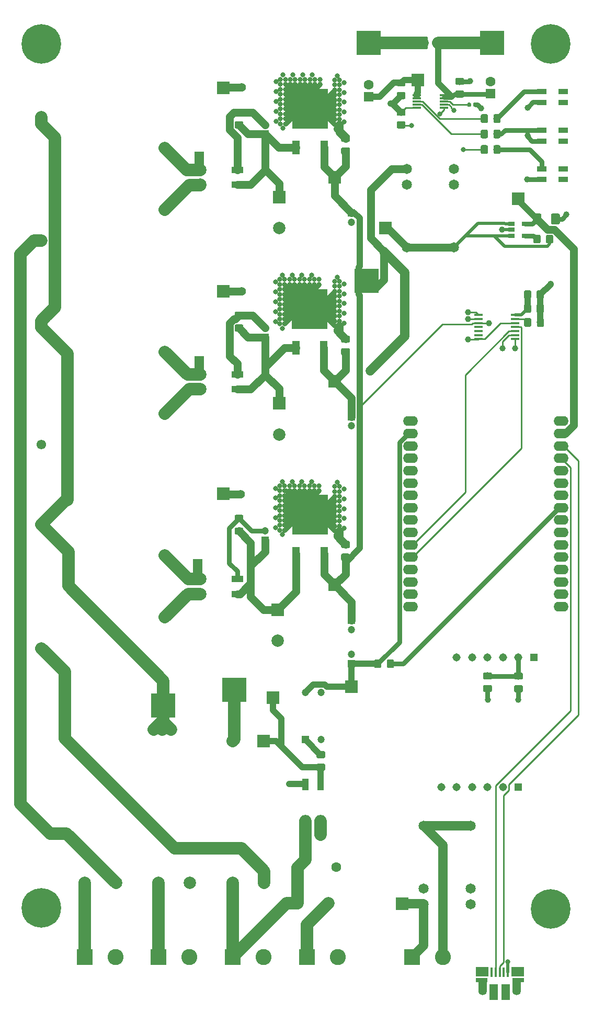
<source format=gbr>
G04 #@! TF.GenerationSoftware,KiCad,Pcbnew,(5.1.4)-1*
G04 #@! TF.CreationDate,2019-12-15T21:40:21+01:00*
G04 #@! TF.ProjectId,AcMonitoringSystem,41634d6f-6e69-4746-9f72-696e67537973,rev?*
G04 #@! TF.SameCoordinates,Original*
G04 #@! TF.FileFunction,Copper,L1,Top*
G04 #@! TF.FilePolarity,Positive*
%FSLAX46Y46*%
G04 Gerber Fmt 4.6, Leading zero omitted, Abs format (unit mm)*
G04 Created by KiCad (PCBNEW (5.1.4)-1) date 2019-12-15 21:40:21*
%MOMM*%
%LPD*%
G04 APERTURE LIST*
%ADD10C,0.100000*%
%ADD11R,1.500000X1.500000*%
%ADD12O,2.400000X1.600000*%
%ADD13C,1.550000*%
%ADD14C,0.800000*%
%ADD15C,6.400000*%
%ADD16R,2.000000X2.000000*%
%ADD17C,2.000000*%
%ADD18R,1.200000X1.200000*%
%ADD19C,1.200000*%
%ADD20C,1.425000*%
%ADD21C,1.600000*%
%ADD22R,1.600000X1.600000*%
%ADD23C,1.150000*%
%ADD24R,1.850000X1.000000*%
%ADD25R,1.000000X1.850000*%
%ADD26R,1.600000X0.850000*%
%ADD27R,2.600000X2.600000*%
%ADD28C,2.600000*%
%ADD29R,1.350000X2.000000*%
%ADD30R,1.825000X0.700000*%
%ADD31R,2.000000X1.500000*%
%ADD32R,0.400000X1.650000*%
%ADD33O,1.100000X1.500000*%
%ADD34O,1.350000X1.700000*%
%ADD35R,1.430000X2.500000*%
%ADD36C,1.700000*%
%ADD37O,1.700000X2.000000*%
%ADD38C,1.650000*%
%ADD39C,1.300000*%
%ADD40C,0.590000*%
%ADD41R,4.000000X4.000000*%
%ADD42R,1.200000X2.200000*%
%ADD43R,5.800000X6.400000*%
%ADD44R,1.060000X0.650000*%
%ADD45R,1.400000X0.300000*%
%ADD46R,1.450000X0.450000*%
%ADD47C,1.308000*%
%ADD48R,1.308000X1.308000*%
%ADD49C,1.400000*%
%ADD50C,1.000000*%
%ADD51C,1.250000*%
%ADD52C,1.000000*%
%ADD53C,0.750000*%
%ADD54C,0.250000*%
%ADD55C,0.500000*%
%ADD56C,2.000000*%
%ADD57C,1.500000*%
G04 APERTURE END LIST*
D10*
G36*
X137650000Y-62550000D02*
G01*
X137650000Y-66450000D01*
X133750000Y-66450000D01*
X133750000Y-62550000D01*
X137650000Y-62550000D01*
G37*
D11*
X108300000Y-110350000D03*
X108550000Y-44350000D03*
X108550000Y-77500000D03*
D12*
X142750000Y-87250000D03*
X142750000Y-89250000D03*
X142750000Y-91250000D03*
X142750000Y-93250000D03*
X142750000Y-95250000D03*
X142750000Y-97250000D03*
X142750000Y-99250000D03*
X142750000Y-101250000D03*
X142750000Y-103250000D03*
X142750000Y-105250000D03*
X142750000Y-107250000D03*
X142750000Y-109250000D03*
X142750000Y-111250000D03*
X142750000Y-113250000D03*
X142750000Y-115250000D03*
X142750000Y-117250000D03*
X167150000Y-87250000D03*
X167150000Y-89250000D03*
X167150000Y-91250000D03*
X167150000Y-93250000D03*
X167150000Y-95250000D03*
X167150000Y-97250000D03*
X167150000Y-99250000D03*
X167150000Y-101250000D03*
X167150000Y-103250000D03*
X167150000Y-105250000D03*
X167150000Y-107250000D03*
X167150000Y-109250000D03*
X167150000Y-111250000D03*
X167150000Y-113250000D03*
X167150000Y-115250000D03*
X167150000Y-117250000D03*
D13*
X83000000Y-38000000D03*
X83000000Y-58000000D03*
X103000000Y-43000000D03*
X103000000Y-53000000D03*
D14*
X84697056Y-164302944D03*
X83000000Y-163600000D03*
X81302944Y-164302944D03*
X80600000Y-166000000D03*
X81302944Y-167697056D03*
X83000000Y-168400000D03*
X84697056Y-167697056D03*
X85400000Y-166000000D03*
D15*
X83000000Y-166000000D03*
D14*
X84697056Y-24502944D03*
X83000000Y-23800000D03*
X81302944Y-24502944D03*
X80600000Y-26200000D03*
X81302944Y-27897056D03*
X83000000Y-28600000D03*
X84697056Y-27897056D03*
X85400000Y-26200000D03*
D15*
X83000000Y-26200000D03*
X165500000Y-26200000D03*
D14*
X167900000Y-26200000D03*
X167197056Y-27897056D03*
X165500000Y-28600000D03*
X163802944Y-27897056D03*
X163100000Y-26200000D03*
X163802944Y-24502944D03*
X165500000Y-23800000D03*
X167197056Y-24502944D03*
D15*
X165500000Y-166200000D03*
D14*
X167900000Y-166200000D03*
X167197056Y-167897056D03*
X165500000Y-168600000D03*
X163802944Y-167897056D03*
X163100000Y-166200000D03*
X163802944Y-164502944D03*
X165500000Y-163800000D03*
X167197056Y-164502944D03*
D16*
X121500000Y-51000000D03*
D17*
X121500000Y-56000000D03*
D18*
X119250000Y-40750000D03*
D19*
X119250000Y-39250000D03*
X133250000Y-55000000D03*
D18*
X133250000Y-53500000D03*
D17*
X121500000Y-89375000D03*
D16*
X121500000Y-84375000D03*
D18*
X119250000Y-73625000D03*
D19*
X119250000Y-72125000D03*
D18*
X133250000Y-86500000D03*
D19*
X133250000Y-88000000D03*
D17*
X121250000Y-122750000D03*
D16*
X121250000Y-117750000D03*
D19*
X119250000Y-105000000D03*
D18*
X119250000Y-106500000D03*
X133250000Y-119500000D03*
D19*
X133250000Y-121000000D03*
D16*
X119000000Y-139000000D03*
D17*
X114000000Y-139000000D03*
D19*
X133250000Y-125000000D03*
D18*
X133250000Y-126500000D03*
D10*
G36*
X166724504Y-53626204D02*
G01*
X166748773Y-53629804D01*
X166772571Y-53635765D01*
X166795671Y-53644030D01*
X166817849Y-53654520D01*
X166838893Y-53667133D01*
X166858598Y-53681747D01*
X166876777Y-53698223D01*
X166893253Y-53716402D01*
X166907867Y-53736107D01*
X166920480Y-53757151D01*
X166930970Y-53779329D01*
X166939235Y-53802429D01*
X166945196Y-53826227D01*
X166948796Y-53850496D01*
X166950000Y-53875000D01*
X166950000Y-55125000D01*
X166948796Y-55149504D01*
X166945196Y-55173773D01*
X166939235Y-55197571D01*
X166930970Y-55220671D01*
X166920480Y-55242849D01*
X166907867Y-55263893D01*
X166893253Y-55283598D01*
X166876777Y-55301777D01*
X166858598Y-55318253D01*
X166838893Y-55332867D01*
X166817849Y-55345480D01*
X166795671Y-55355970D01*
X166772571Y-55364235D01*
X166748773Y-55370196D01*
X166724504Y-55373796D01*
X166700000Y-55375000D01*
X165775000Y-55375000D01*
X165750496Y-55373796D01*
X165726227Y-55370196D01*
X165702429Y-55364235D01*
X165679329Y-55355970D01*
X165657151Y-55345480D01*
X165636107Y-55332867D01*
X165616402Y-55318253D01*
X165598223Y-55301777D01*
X165581747Y-55283598D01*
X165567133Y-55263893D01*
X165554520Y-55242849D01*
X165544030Y-55220671D01*
X165535765Y-55197571D01*
X165529804Y-55173773D01*
X165526204Y-55149504D01*
X165525000Y-55125000D01*
X165525000Y-53875000D01*
X165526204Y-53850496D01*
X165529804Y-53826227D01*
X165535765Y-53802429D01*
X165544030Y-53779329D01*
X165554520Y-53757151D01*
X165567133Y-53736107D01*
X165581747Y-53716402D01*
X165598223Y-53698223D01*
X165616402Y-53681747D01*
X165636107Y-53667133D01*
X165657151Y-53654520D01*
X165679329Y-53644030D01*
X165702429Y-53635765D01*
X165726227Y-53629804D01*
X165750496Y-53626204D01*
X165775000Y-53625000D01*
X166700000Y-53625000D01*
X166724504Y-53626204D01*
X166724504Y-53626204D01*
G37*
D20*
X166237500Y-54500000D03*
D10*
G36*
X163749504Y-53626204D02*
G01*
X163773773Y-53629804D01*
X163797571Y-53635765D01*
X163820671Y-53644030D01*
X163842849Y-53654520D01*
X163863893Y-53667133D01*
X163883598Y-53681747D01*
X163901777Y-53698223D01*
X163918253Y-53716402D01*
X163932867Y-53736107D01*
X163945480Y-53757151D01*
X163955970Y-53779329D01*
X163964235Y-53802429D01*
X163970196Y-53826227D01*
X163973796Y-53850496D01*
X163975000Y-53875000D01*
X163975000Y-55125000D01*
X163973796Y-55149504D01*
X163970196Y-55173773D01*
X163964235Y-55197571D01*
X163955970Y-55220671D01*
X163945480Y-55242849D01*
X163932867Y-55263893D01*
X163918253Y-55283598D01*
X163901777Y-55301777D01*
X163883598Y-55318253D01*
X163863893Y-55332867D01*
X163842849Y-55345480D01*
X163820671Y-55355970D01*
X163797571Y-55364235D01*
X163773773Y-55370196D01*
X163749504Y-55373796D01*
X163725000Y-55375000D01*
X162800000Y-55375000D01*
X162775496Y-55373796D01*
X162751227Y-55370196D01*
X162727429Y-55364235D01*
X162704329Y-55355970D01*
X162682151Y-55345480D01*
X162661107Y-55332867D01*
X162641402Y-55318253D01*
X162623223Y-55301777D01*
X162606747Y-55283598D01*
X162592133Y-55263893D01*
X162579520Y-55242849D01*
X162569030Y-55220671D01*
X162560765Y-55197571D01*
X162554804Y-55173773D01*
X162551204Y-55149504D01*
X162550000Y-55125000D01*
X162550000Y-53875000D01*
X162551204Y-53850496D01*
X162554804Y-53826227D01*
X162560765Y-53802429D01*
X162569030Y-53779329D01*
X162579520Y-53757151D01*
X162592133Y-53736107D01*
X162606747Y-53716402D01*
X162623223Y-53698223D01*
X162641402Y-53681747D01*
X162661107Y-53667133D01*
X162682151Y-53654520D01*
X162704329Y-53644030D01*
X162727429Y-53635765D01*
X162751227Y-53629804D01*
X162775496Y-53626204D01*
X162800000Y-53625000D01*
X163725000Y-53625000D01*
X163749504Y-53626204D01*
X163749504Y-53626204D01*
G37*
D20*
X163262500Y-54500000D03*
D21*
X136000000Y-32750000D03*
D22*
X136000000Y-34750000D03*
D10*
G36*
X141724505Y-33951204D02*
G01*
X141748773Y-33954804D01*
X141772572Y-33960765D01*
X141795671Y-33969030D01*
X141817850Y-33979520D01*
X141838893Y-33992132D01*
X141858599Y-34006747D01*
X141876777Y-34023223D01*
X141893253Y-34041401D01*
X141907868Y-34061107D01*
X141920480Y-34082150D01*
X141930970Y-34104329D01*
X141939235Y-34127428D01*
X141945196Y-34151227D01*
X141948796Y-34175495D01*
X141950000Y-34199999D01*
X141950000Y-34850001D01*
X141948796Y-34874505D01*
X141945196Y-34898773D01*
X141939235Y-34922572D01*
X141930970Y-34945671D01*
X141920480Y-34967850D01*
X141907868Y-34988893D01*
X141893253Y-35008599D01*
X141876777Y-35026777D01*
X141858599Y-35043253D01*
X141838893Y-35057868D01*
X141817850Y-35070480D01*
X141795671Y-35080970D01*
X141772572Y-35089235D01*
X141748773Y-35095196D01*
X141724505Y-35098796D01*
X141700001Y-35100000D01*
X140799999Y-35100000D01*
X140775495Y-35098796D01*
X140751227Y-35095196D01*
X140727428Y-35089235D01*
X140704329Y-35080970D01*
X140682150Y-35070480D01*
X140661107Y-35057868D01*
X140641401Y-35043253D01*
X140623223Y-35026777D01*
X140606747Y-35008599D01*
X140592132Y-34988893D01*
X140579520Y-34967850D01*
X140569030Y-34945671D01*
X140560765Y-34922572D01*
X140554804Y-34898773D01*
X140551204Y-34874505D01*
X140550000Y-34850001D01*
X140550000Y-34199999D01*
X140551204Y-34175495D01*
X140554804Y-34151227D01*
X140560765Y-34127428D01*
X140569030Y-34104329D01*
X140579520Y-34082150D01*
X140592132Y-34061107D01*
X140606747Y-34041401D01*
X140623223Y-34023223D01*
X140641401Y-34006747D01*
X140661107Y-33992132D01*
X140682150Y-33979520D01*
X140704329Y-33969030D01*
X140727428Y-33960765D01*
X140751227Y-33954804D01*
X140775495Y-33951204D01*
X140799999Y-33950000D01*
X141700001Y-33950000D01*
X141724505Y-33951204D01*
X141724505Y-33951204D01*
G37*
D23*
X141250000Y-34525000D03*
D10*
G36*
X141724505Y-31901204D02*
G01*
X141748773Y-31904804D01*
X141772572Y-31910765D01*
X141795671Y-31919030D01*
X141817850Y-31929520D01*
X141838893Y-31942132D01*
X141858599Y-31956747D01*
X141876777Y-31973223D01*
X141893253Y-31991401D01*
X141907868Y-32011107D01*
X141920480Y-32032150D01*
X141930970Y-32054329D01*
X141939235Y-32077428D01*
X141945196Y-32101227D01*
X141948796Y-32125495D01*
X141950000Y-32149999D01*
X141950000Y-32800001D01*
X141948796Y-32824505D01*
X141945196Y-32848773D01*
X141939235Y-32872572D01*
X141930970Y-32895671D01*
X141920480Y-32917850D01*
X141907868Y-32938893D01*
X141893253Y-32958599D01*
X141876777Y-32976777D01*
X141858599Y-32993253D01*
X141838893Y-33007868D01*
X141817850Y-33020480D01*
X141795671Y-33030970D01*
X141772572Y-33039235D01*
X141748773Y-33045196D01*
X141724505Y-33048796D01*
X141700001Y-33050000D01*
X140799999Y-33050000D01*
X140775495Y-33048796D01*
X140751227Y-33045196D01*
X140727428Y-33039235D01*
X140704329Y-33030970D01*
X140682150Y-33020480D01*
X140661107Y-33007868D01*
X140641401Y-32993253D01*
X140623223Y-32976777D01*
X140606747Y-32958599D01*
X140592132Y-32938893D01*
X140579520Y-32917850D01*
X140569030Y-32895671D01*
X140560765Y-32872572D01*
X140554804Y-32848773D01*
X140551204Y-32824505D01*
X140550000Y-32800001D01*
X140550000Y-32149999D01*
X140551204Y-32125495D01*
X140554804Y-32101227D01*
X140560765Y-32077428D01*
X140569030Y-32054329D01*
X140579520Y-32032150D01*
X140592132Y-32011107D01*
X140606747Y-31991401D01*
X140623223Y-31973223D01*
X140641401Y-31956747D01*
X140661107Y-31942132D01*
X140682150Y-31929520D01*
X140704329Y-31919030D01*
X140727428Y-31910765D01*
X140751227Y-31904804D01*
X140775495Y-31901204D01*
X140799999Y-31900000D01*
X141700001Y-31900000D01*
X141724505Y-31901204D01*
X141724505Y-31901204D01*
G37*
D23*
X141250000Y-32475000D03*
D22*
X155750000Y-34250000D03*
D21*
X155750000Y-32250000D03*
D10*
G36*
X151224505Y-31651204D02*
G01*
X151248773Y-31654804D01*
X151272572Y-31660765D01*
X151295671Y-31669030D01*
X151317850Y-31679520D01*
X151338893Y-31692132D01*
X151358599Y-31706747D01*
X151376777Y-31723223D01*
X151393253Y-31741401D01*
X151407868Y-31761107D01*
X151420480Y-31782150D01*
X151430970Y-31804329D01*
X151439235Y-31827428D01*
X151445196Y-31851227D01*
X151448796Y-31875495D01*
X151450000Y-31899999D01*
X151450000Y-32550001D01*
X151448796Y-32574505D01*
X151445196Y-32598773D01*
X151439235Y-32622572D01*
X151430970Y-32645671D01*
X151420480Y-32667850D01*
X151407868Y-32688893D01*
X151393253Y-32708599D01*
X151376777Y-32726777D01*
X151358599Y-32743253D01*
X151338893Y-32757868D01*
X151317850Y-32770480D01*
X151295671Y-32780970D01*
X151272572Y-32789235D01*
X151248773Y-32795196D01*
X151224505Y-32798796D01*
X151200001Y-32800000D01*
X150299999Y-32800000D01*
X150275495Y-32798796D01*
X150251227Y-32795196D01*
X150227428Y-32789235D01*
X150204329Y-32780970D01*
X150182150Y-32770480D01*
X150161107Y-32757868D01*
X150141401Y-32743253D01*
X150123223Y-32726777D01*
X150106747Y-32708599D01*
X150092132Y-32688893D01*
X150079520Y-32667850D01*
X150069030Y-32645671D01*
X150060765Y-32622572D01*
X150054804Y-32598773D01*
X150051204Y-32574505D01*
X150050000Y-32550001D01*
X150050000Y-31899999D01*
X150051204Y-31875495D01*
X150054804Y-31851227D01*
X150060765Y-31827428D01*
X150069030Y-31804329D01*
X150079520Y-31782150D01*
X150092132Y-31761107D01*
X150106747Y-31741401D01*
X150123223Y-31723223D01*
X150141401Y-31706747D01*
X150161107Y-31692132D01*
X150182150Y-31679520D01*
X150204329Y-31669030D01*
X150227428Y-31660765D01*
X150251227Y-31654804D01*
X150275495Y-31651204D01*
X150299999Y-31650000D01*
X151200001Y-31650000D01*
X151224505Y-31651204D01*
X151224505Y-31651204D01*
G37*
D23*
X150750000Y-32225000D03*
D10*
G36*
X151224505Y-33701204D02*
G01*
X151248773Y-33704804D01*
X151272572Y-33710765D01*
X151295671Y-33719030D01*
X151317850Y-33729520D01*
X151338893Y-33742132D01*
X151358599Y-33756747D01*
X151376777Y-33773223D01*
X151393253Y-33791401D01*
X151407868Y-33811107D01*
X151420480Y-33832150D01*
X151430970Y-33854329D01*
X151439235Y-33877428D01*
X151445196Y-33901227D01*
X151448796Y-33925495D01*
X151450000Y-33949999D01*
X151450000Y-34600001D01*
X151448796Y-34624505D01*
X151445196Y-34648773D01*
X151439235Y-34672572D01*
X151430970Y-34695671D01*
X151420480Y-34717850D01*
X151407868Y-34738893D01*
X151393253Y-34758599D01*
X151376777Y-34776777D01*
X151358599Y-34793253D01*
X151338893Y-34807868D01*
X151317850Y-34820480D01*
X151295671Y-34830970D01*
X151272572Y-34839235D01*
X151248773Y-34845196D01*
X151224505Y-34848796D01*
X151200001Y-34850000D01*
X150299999Y-34850000D01*
X150275495Y-34848796D01*
X150251227Y-34845196D01*
X150227428Y-34839235D01*
X150204329Y-34830970D01*
X150182150Y-34820480D01*
X150161107Y-34807868D01*
X150141401Y-34793253D01*
X150123223Y-34776777D01*
X150106747Y-34758599D01*
X150092132Y-34738893D01*
X150079520Y-34717850D01*
X150069030Y-34695671D01*
X150060765Y-34672572D01*
X150054804Y-34648773D01*
X150051204Y-34624505D01*
X150050000Y-34600001D01*
X150050000Y-33949999D01*
X150051204Y-33925495D01*
X150054804Y-33901227D01*
X150060765Y-33877428D01*
X150069030Y-33854329D01*
X150079520Y-33832150D01*
X150092132Y-33811107D01*
X150106747Y-33791401D01*
X150123223Y-33773223D01*
X150141401Y-33756747D01*
X150161107Y-33742132D01*
X150182150Y-33729520D01*
X150204329Y-33719030D01*
X150227428Y-33710765D01*
X150251227Y-33704804D01*
X150275495Y-33701204D01*
X150299999Y-33700000D01*
X151200001Y-33700000D01*
X151224505Y-33701204D01*
X151224505Y-33701204D01*
G37*
D23*
X150750000Y-34275000D03*
D10*
G36*
X164124505Y-66051204D02*
G01*
X164148773Y-66054804D01*
X164172572Y-66060765D01*
X164195671Y-66069030D01*
X164217850Y-66079520D01*
X164238893Y-66092132D01*
X164258599Y-66106747D01*
X164276777Y-66123223D01*
X164293253Y-66141401D01*
X164307868Y-66161107D01*
X164320480Y-66182150D01*
X164330970Y-66204329D01*
X164339235Y-66227428D01*
X164345196Y-66251227D01*
X164348796Y-66275495D01*
X164350000Y-66299999D01*
X164350000Y-67200001D01*
X164348796Y-67224505D01*
X164345196Y-67248773D01*
X164339235Y-67272572D01*
X164330970Y-67295671D01*
X164320480Y-67317850D01*
X164307868Y-67338893D01*
X164293253Y-67358599D01*
X164276777Y-67376777D01*
X164258599Y-67393253D01*
X164238893Y-67407868D01*
X164217850Y-67420480D01*
X164195671Y-67430970D01*
X164172572Y-67439235D01*
X164148773Y-67445196D01*
X164124505Y-67448796D01*
X164100001Y-67450000D01*
X163449999Y-67450000D01*
X163425495Y-67448796D01*
X163401227Y-67445196D01*
X163377428Y-67439235D01*
X163354329Y-67430970D01*
X163332150Y-67420480D01*
X163311107Y-67407868D01*
X163291401Y-67393253D01*
X163273223Y-67376777D01*
X163256747Y-67358599D01*
X163242132Y-67338893D01*
X163229520Y-67317850D01*
X163219030Y-67295671D01*
X163210765Y-67272572D01*
X163204804Y-67248773D01*
X163201204Y-67224505D01*
X163200000Y-67200001D01*
X163200000Y-66299999D01*
X163201204Y-66275495D01*
X163204804Y-66251227D01*
X163210765Y-66227428D01*
X163219030Y-66204329D01*
X163229520Y-66182150D01*
X163242132Y-66161107D01*
X163256747Y-66141401D01*
X163273223Y-66123223D01*
X163291401Y-66106747D01*
X163311107Y-66092132D01*
X163332150Y-66079520D01*
X163354329Y-66069030D01*
X163377428Y-66060765D01*
X163401227Y-66054804D01*
X163425495Y-66051204D01*
X163449999Y-66050000D01*
X164100001Y-66050000D01*
X164124505Y-66051204D01*
X164124505Y-66051204D01*
G37*
D23*
X163775000Y-66750000D03*
D10*
G36*
X162074505Y-66051204D02*
G01*
X162098773Y-66054804D01*
X162122572Y-66060765D01*
X162145671Y-66069030D01*
X162167850Y-66079520D01*
X162188893Y-66092132D01*
X162208599Y-66106747D01*
X162226777Y-66123223D01*
X162243253Y-66141401D01*
X162257868Y-66161107D01*
X162270480Y-66182150D01*
X162280970Y-66204329D01*
X162289235Y-66227428D01*
X162295196Y-66251227D01*
X162298796Y-66275495D01*
X162300000Y-66299999D01*
X162300000Y-67200001D01*
X162298796Y-67224505D01*
X162295196Y-67248773D01*
X162289235Y-67272572D01*
X162280970Y-67295671D01*
X162270480Y-67317850D01*
X162257868Y-67338893D01*
X162243253Y-67358599D01*
X162226777Y-67376777D01*
X162208599Y-67393253D01*
X162188893Y-67407868D01*
X162167850Y-67420480D01*
X162145671Y-67430970D01*
X162122572Y-67439235D01*
X162098773Y-67445196D01*
X162074505Y-67448796D01*
X162050001Y-67450000D01*
X161399999Y-67450000D01*
X161375495Y-67448796D01*
X161351227Y-67445196D01*
X161327428Y-67439235D01*
X161304329Y-67430970D01*
X161282150Y-67420480D01*
X161261107Y-67407868D01*
X161241401Y-67393253D01*
X161223223Y-67376777D01*
X161206747Y-67358599D01*
X161192132Y-67338893D01*
X161179520Y-67317850D01*
X161169030Y-67295671D01*
X161160765Y-67272572D01*
X161154804Y-67248773D01*
X161151204Y-67224505D01*
X161150000Y-67200001D01*
X161150000Y-66299999D01*
X161151204Y-66275495D01*
X161154804Y-66251227D01*
X161160765Y-66227428D01*
X161169030Y-66204329D01*
X161179520Y-66182150D01*
X161192132Y-66161107D01*
X161206747Y-66141401D01*
X161223223Y-66123223D01*
X161241401Y-66106747D01*
X161261107Y-66092132D01*
X161282150Y-66079520D01*
X161304329Y-66069030D01*
X161327428Y-66060765D01*
X161351227Y-66054804D01*
X161375495Y-66051204D01*
X161399999Y-66050000D01*
X162050001Y-66050000D01*
X162074505Y-66051204D01*
X162074505Y-66051204D01*
G37*
D23*
X161725000Y-66750000D03*
D10*
G36*
X162074505Y-68301204D02*
G01*
X162098773Y-68304804D01*
X162122572Y-68310765D01*
X162145671Y-68319030D01*
X162167850Y-68329520D01*
X162188893Y-68342132D01*
X162208599Y-68356747D01*
X162226777Y-68373223D01*
X162243253Y-68391401D01*
X162257868Y-68411107D01*
X162270480Y-68432150D01*
X162280970Y-68454329D01*
X162289235Y-68477428D01*
X162295196Y-68501227D01*
X162298796Y-68525495D01*
X162300000Y-68549999D01*
X162300000Y-69450001D01*
X162298796Y-69474505D01*
X162295196Y-69498773D01*
X162289235Y-69522572D01*
X162280970Y-69545671D01*
X162270480Y-69567850D01*
X162257868Y-69588893D01*
X162243253Y-69608599D01*
X162226777Y-69626777D01*
X162208599Y-69643253D01*
X162188893Y-69657868D01*
X162167850Y-69670480D01*
X162145671Y-69680970D01*
X162122572Y-69689235D01*
X162098773Y-69695196D01*
X162074505Y-69698796D01*
X162050001Y-69700000D01*
X161399999Y-69700000D01*
X161375495Y-69698796D01*
X161351227Y-69695196D01*
X161327428Y-69689235D01*
X161304329Y-69680970D01*
X161282150Y-69670480D01*
X161261107Y-69657868D01*
X161241401Y-69643253D01*
X161223223Y-69626777D01*
X161206747Y-69608599D01*
X161192132Y-69588893D01*
X161179520Y-69567850D01*
X161169030Y-69545671D01*
X161160765Y-69522572D01*
X161154804Y-69498773D01*
X161151204Y-69474505D01*
X161150000Y-69450001D01*
X161150000Y-68549999D01*
X161151204Y-68525495D01*
X161154804Y-68501227D01*
X161160765Y-68477428D01*
X161169030Y-68454329D01*
X161179520Y-68432150D01*
X161192132Y-68411107D01*
X161206747Y-68391401D01*
X161223223Y-68373223D01*
X161241401Y-68356747D01*
X161261107Y-68342132D01*
X161282150Y-68329520D01*
X161304329Y-68319030D01*
X161327428Y-68310765D01*
X161351227Y-68304804D01*
X161375495Y-68301204D01*
X161399999Y-68300000D01*
X162050001Y-68300000D01*
X162074505Y-68301204D01*
X162074505Y-68301204D01*
G37*
D23*
X161725000Y-69000000D03*
D10*
G36*
X164124505Y-68301204D02*
G01*
X164148773Y-68304804D01*
X164172572Y-68310765D01*
X164195671Y-68319030D01*
X164217850Y-68329520D01*
X164238893Y-68342132D01*
X164258599Y-68356747D01*
X164276777Y-68373223D01*
X164293253Y-68391401D01*
X164307868Y-68411107D01*
X164320480Y-68432150D01*
X164330970Y-68454329D01*
X164339235Y-68477428D01*
X164345196Y-68501227D01*
X164348796Y-68525495D01*
X164350000Y-68549999D01*
X164350000Y-69450001D01*
X164348796Y-69474505D01*
X164345196Y-69498773D01*
X164339235Y-69522572D01*
X164330970Y-69545671D01*
X164320480Y-69567850D01*
X164307868Y-69588893D01*
X164293253Y-69608599D01*
X164276777Y-69626777D01*
X164258599Y-69643253D01*
X164238893Y-69657868D01*
X164217850Y-69670480D01*
X164195671Y-69680970D01*
X164172572Y-69689235D01*
X164148773Y-69695196D01*
X164124505Y-69698796D01*
X164100001Y-69700000D01*
X163449999Y-69700000D01*
X163425495Y-69698796D01*
X163401227Y-69695196D01*
X163377428Y-69689235D01*
X163354329Y-69680970D01*
X163332150Y-69670480D01*
X163311107Y-69657868D01*
X163291401Y-69643253D01*
X163273223Y-69626777D01*
X163256747Y-69608599D01*
X163242132Y-69588893D01*
X163229520Y-69567850D01*
X163219030Y-69545671D01*
X163210765Y-69522572D01*
X163204804Y-69498773D01*
X163201204Y-69474505D01*
X163200000Y-69450001D01*
X163200000Y-68549999D01*
X163201204Y-68525495D01*
X163204804Y-68501227D01*
X163210765Y-68477428D01*
X163219030Y-68454329D01*
X163229520Y-68432150D01*
X163242132Y-68411107D01*
X163256747Y-68391401D01*
X163273223Y-68373223D01*
X163291401Y-68356747D01*
X163311107Y-68342132D01*
X163332150Y-68329520D01*
X163354329Y-68319030D01*
X163377428Y-68310765D01*
X163401227Y-68304804D01*
X163425495Y-68301204D01*
X163449999Y-68300000D01*
X164100001Y-68300000D01*
X164124505Y-68301204D01*
X164124505Y-68301204D01*
G37*
D23*
X163775000Y-69000000D03*
D10*
G36*
X162099505Y-70551204D02*
G01*
X162123773Y-70554804D01*
X162147572Y-70560765D01*
X162170671Y-70569030D01*
X162192850Y-70579520D01*
X162213893Y-70592132D01*
X162233599Y-70606747D01*
X162251777Y-70623223D01*
X162268253Y-70641401D01*
X162282868Y-70661107D01*
X162295480Y-70682150D01*
X162305970Y-70704329D01*
X162314235Y-70727428D01*
X162320196Y-70751227D01*
X162323796Y-70775495D01*
X162325000Y-70799999D01*
X162325000Y-71700001D01*
X162323796Y-71724505D01*
X162320196Y-71748773D01*
X162314235Y-71772572D01*
X162305970Y-71795671D01*
X162295480Y-71817850D01*
X162282868Y-71838893D01*
X162268253Y-71858599D01*
X162251777Y-71876777D01*
X162233599Y-71893253D01*
X162213893Y-71907868D01*
X162192850Y-71920480D01*
X162170671Y-71930970D01*
X162147572Y-71939235D01*
X162123773Y-71945196D01*
X162099505Y-71948796D01*
X162075001Y-71950000D01*
X161424999Y-71950000D01*
X161400495Y-71948796D01*
X161376227Y-71945196D01*
X161352428Y-71939235D01*
X161329329Y-71930970D01*
X161307150Y-71920480D01*
X161286107Y-71907868D01*
X161266401Y-71893253D01*
X161248223Y-71876777D01*
X161231747Y-71858599D01*
X161217132Y-71838893D01*
X161204520Y-71817850D01*
X161194030Y-71795671D01*
X161185765Y-71772572D01*
X161179804Y-71748773D01*
X161176204Y-71724505D01*
X161175000Y-71700001D01*
X161175000Y-70799999D01*
X161176204Y-70775495D01*
X161179804Y-70751227D01*
X161185765Y-70727428D01*
X161194030Y-70704329D01*
X161204520Y-70682150D01*
X161217132Y-70661107D01*
X161231747Y-70641401D01*
X161248223Y-70623223D01*
X161266401Y-70606747D01*
X161286107Y-70592132D01*
X161307150Y-70579520D01*
X161329329Y-70569030D01*
X161352428Y-70560765D01*
X161376227Y-70554804D01*
X161400495Y-70551204D01*
X161424999Y-70550000D01*
X162075001Y-70550000D01*
X162099505Y-70551204D01*
X162099505Y-70551204D01*
G37*
D23*
X161750000Y-71250000D03*
D10*
G36*
X164149505Y-70551204D02*
G01*
X164173773Y-70554804D01*
X164197572Y-70560765D01*
X164220671Y-70569030D01*
X164242850Y-70579520D01*
X164263893Y-70592132D01*
X164283599Y-70606747D01*
X164301777Y-70623223D01*
X164318253Y-70641401D01*
X164332868Y-70661107D01*
X164345480Y-70682150D01*
X164355970Y-70704329D01*
X164364235Y-70727428D01*
X164370196Y-70751227D01*
X164373796Y-70775495D01*
X164375000Y-70799999D01*
X164375000Y-71700001D01*
X164373796Y-71724505D01*
X164370196Y-71748773D01*
X164364235Y-71772572D01*
X164355970Y-71795671D01*
X164345480Y-71817850D01*
X164332868Y-71838893D01*
X164318253Y-71858599D01*
X164301777Y-71876777D01*
X164283599Y-71893253D01*
X164263893Y-71907868D01*
X164242850Y-71920480D01*
X164220671Y-71930970D01*
X164197572Y-71939235D01*
X164173773Y-71945196D01*
X164149505Y-71948796D01*
X164125001Y-71950000D01*
X163474999Y-71950000D01*
X163450495Y-71948796D01*
X163426227Y-71945196D01*
X163402428Y-71939235D01*
X163379329Y-71930970D01*
X163357150Y-71920480D01*
X163336107Y-71907868D01*
X163316401Y-71893253D01*
X163298223Y-71876777D01*
X163281747Y-71858599D01*
X163267132Y-71838893D01*
X163254520Y-71817850D01*
X163244030Y-71795671D01*
X163235765Y-71772572D01*
X163229804Y-71748773D01*
X163226204Y-71724505D01*
X163225000Y-71700001D01*
X163225000Y-70799999D01*
X163226204Y-70775495D01*
X163229804Y-70751227D01*
X163235765Y-70727428D01*
X163244030Y-70704329D01*
X163254520Y-70682150D01*
X163267132Y-70661107D01*
X163281747Y-70641401D01*
X163298223Y-70623223D01*
X163316401Y-70606747D01*
X163336107Y-70592132D01*
X163357150Y-70579520D01*
X163379329Y-70569030D01*
X163402428Y-70560765D01*
X163426227Y-70554804D01*
X163450495Y-70551204D01*
X163474999Y-70550000D01*
X164125001Y-70550000D01*
X164149505Y-70551204D01*
X164149505Y-70551204D01*
G37*
D23*
X163800000Y-71250000D03*
D10*
G36*
X155724505Y-127901204D02*
G01*
X155748773Y-127904804D01*
X155772572Y-127910765D01*
X155795671Y-127919030D01*
X155817850Y-127929520D01*
X155838893Y-127942132D01*
X155858599Y-127956747D01*
X155876777Y-127973223D01*
X155893253Y-127991401D01*
X155907868Y-128011107D01*
X155920480Y-128032150D01*
X155930970Y-128054329D01*
X155939235Y-128077428D01*
X155945196Y-128101227D01*
X155948796Y-128125495D01*
X155950000Y-128149999D01*
X155950000Y-128800001D01*
X155948796Y-128824505D01*
X155945196Y-128848773D01*
X155939235Y-128872572D01*
X155930970Y-128895671D01*
X155920480Y-128917850D01*
X155907868Y-128938893D01*
X155893253Y-128958599D01*
X155876777Y-128976777D01*
X155858599Y-128993253D01*
X155838893Y-129007868D01*
X155817850Y-129020480D01*
X155795671Y-129030970D01*
X155772572Y-129039235D01*
X155748773Y-129045196D01*
X155724505Y-129048796D01*
X155700001Y-129050000D01*
X154799999Y-129050000D01*
X154775495Y-129048796D01*
X154751227Y-129045196D01*
X154727428Y-129039235D01*
X154704329Y-129030970D01*
X154682150Y-129020480D01*
X154661107Y-129007868D01*
X154641401Y-128993253D01*
X154623223Y-128976777D01*
X154606747Y-128958599D01*
X154592132Y-128938893D01*
X154579520Y-128917850D01*
X154569030Y-128895671D01*
X154560765Y-128872572D01*
X154554804Y-128848773D01*
X154551204Y-128824505D01*
X154550000Y-128800001D01*
X154550000Y-128149999D01*
X154551204Y-128125495D01*
X154554804Y-128101227D01*
X154560765Y-128077428D01*
X154569030Y-128054329D01*
X154579520Y-128032150D01*
X154592132Y-128011107D01*
X154606747Y-127991401D01*
X154623223Y-127973223D01*
X154641401Y-127956747D01*
X154661107Y-127942132D01*
X154682150Y-127929520D01*
X154704329Y-127919030D01*
X154727428Y-127910765D01*
X154751227Y-127904804D01*
X154775495Y-127901204D01*
X154799999Y-127900000D01*
X155700001Y-127900000D01*
X155724505Y-127901204D01*
X155724505Y-127901204D01*
G37*
D23*
X155250000Y-128475000D03*
D10*
G36*
X155724505Y-129951204D02*
G01*
X155748773Y-129954804D01*
X155772572Y-129960765D01*
X155795671Y-129969030D01*
X155817850Y-129979520D01*
X155838893Y-129992132D01*
X155858599Y-130006747D01*
X155876777Y-130023223D01*
X155893253Y-130041401D01*
X155907868Y-130061107D01*
X155920480Y-130082150D01*
X155930970Y-130104329D01*
X155939235Y-130127428D01*
X155945196Y-130151227D01*
X155948796Y-130175495D01*
X155950000Y-130199999D01*
X155950000Y-130850001D01*
X155948796Y-130874505D01*
X155945196Y-130898773D01*
X155939235Y-130922572D01*
X155930970Y-130945671D01*
X155920480Y-130967850D01*
X155907868Y-130988893D01*
X155893253Y-131008599D01*
X155876777Y-131026777D01*
X155858599Y-131043253D01*
X155838893Y-131057868D01*
X155817850Y-131070480D01*
X155795671Y-131080970D01*
X155772572Y-131089235D01*
X155748773Y-131095196D01*
X155724505Y-131098796D01*
X155700001Y-131100000D01*
X154799999Y-131100000D01*
X154775495Y-131098796D01*
X154751227Y-131095196D01*
X154727428Y-131089235D01*
X154704329Y-131080970D01*
X154682150Y-131070480D01*
X154661107Y-131057868D01*
X154641401Y-131043253D01*
X154623223Y-131026777D01*
X154606747Y-131008599D01*
X154592132Y-130988893D01*
X154579520Y-130967850D01*
X154569030Y-130945671D01*
X154560765Y-130922572D01*
X154554804Y-130898773D01*
X154551204Y-130874505D01*
X154550000Y-130850001D01*
X154550000Y-130199999D01*
X154551204Y-130175495D01*
X154554804Y-130151227D01*
X154560765Y-130127428D01*
X154569030Y-130104329D01*
X154579520Y-130082150D01*
X154592132Y-130061107D01*
X154606747Y-130041401D01*
X154623223Y-130023223D01*
X154641401Y-130006747D01*
X154661107Y-129992132D01*
X154682150Y-129979520D01*
X154704329Y-129969030D01*
X154727428Y-129960765D01*
X154751227Y-129954804D01*
X154775495Y-129951204D01*
X154799999Y-129950000D01*
X155700001Y-129950000D01*
X155724505Y-129951204D01*
X155724505Y-129951204D01*
G37*
D23*
X155250000Y-130525000D03*
D10*
G36*
X160724505Y-127926204D02*
G01*
X160748773Y-127929804D01*
X160772572Y-127935765D01*
X160795671Y-127944030D01*
X160817850Y-127954520D01*
X160838893Y-127967132D01*
X160858599Y-127981747D01*
X160876777Y-127998223D01*
X160893253Y-128016401D01*
X160907868Y-128036107D01*
X160920480Y-128057150D01*
X160930970Y-128079329D01*
X160939235Y-128102428D01*
X160945196Y-128126227D01*
X160948796Y-128150495D01*
X160950000Y-128174999D01*
X160950000Y-128825001D01*
X160948796Y-128849505D01*
X160945196Y-128873773D01*
X160939235Y-128897572D01*
X160930970Y-128920671D01*
X160920480Y-128942850D01*
X160907868Y-128963893D01*
X160893253Y-128983599D01*
X160876777Y-129001777D01*
X160858599Y-129018253D01*
X160838893Y-129032868D01*
X160817850Y-129045480D01*
X160795671Y-129055970D01*
X160772572Y-129064235D01*
X160748773Y-129070196D01*
X160724505Y-129073796D01*
X160700001Y-129075000D01*
X159799999Y-129075000D01*
X159775495Y-129073796D01*
X159751227Y-129070196D01*
X159727428Y-129064235D01*
X159704329Y-129055970D01*
X159682150Y-129045480D01*
X159661107Y-129032868D01*
X159641401Y-129018253D01*
X159623223Y-129001777D01*
X159606747Y-128983599D01*
X159592132Y-128963893D01*
X159579520Y-128942850D01*
X159569030Y-128920671D01*
X159560765Y-128897572D01*
X159554804Y-128873773D01*
X159551204Y-128849505D01*
X159550000Y-128825001D01*
X159550000Y-128174999D01*
X159551204Y-128150495D01*
X159554804Y-128126227D01*
X159560765Y-128102428D01*
X159569030Y-128079329D01*
X159579520Y-128057150D01*
X159592132Y-128036107D01*
X159606747Y-128016401D01*
X159623223Y-127998223D01*
X159641401Y-127981747D01*
X159661107Y-127967132D01*
X159682150Y-127954520D01*
X159704329Y-127944030D01*
X159727428Y-127935765D01*
X159751227Y-127929804D01*
X159775495Y-127926204D01*
X159799999Y-127925000D01*
X160700001Y-127925000D01*
X160724505Y-127926204D01*
X160724505Y-127926204D01*
G37*
D23*
X160250000Y-128500000D03*
D10*
G36*
X160724505Y-129976204D02*
G01*
X160748773Y-129979804D01*
X160772572Y-129985765D01*
X160795671Y-129994030D01*
X160817850Y-130004520D01*
X160838893Y-130017132D01*
X160858599Y-130031747D01*
X160876777Y-130048223D01*
X160893253Y-130066401D01*
X160907868Y-130086107D01*
X160920480Y-130107150D01*
X160930970Y-130129329D01*
X160939235Y-130152428D01*
X160945196Y-130176227D01*
X160948796Y-130200495D01*
X160950000Y-130224999D01*
X160950000Y-130875001D01*
X160948796Y-130899505D01*
X160945196Y-130923773D01*
X160939235Y-130947572D01*
X160930970Y-130970671D01*
X160920480Y-130992850D01*
X160907868Y-131013893D01*
X160893253Y-131033599D01*
X160876777Y-131051777D01*
X160858599Y-131068253D01*
X160838893Y-131082868D01*
X160817850Y-131095480D01*
X160795671Y-131105970D01*
X160772572Y-131114235D01*
X160748773Y-131120196D01*
X160724505Y-131123796D01*
X160700001Y-131125000D01*
X159799999Y-131125000D01*
X159775495Y-131123796D01*
X159751227Y-131120196D01*
X159727428Y-131114235D01*
X159704329Y-131105970D01*
X159682150Y-131095480D01*
X159661107Y-131082868D01*
X159641401Y-131068253D01*
X159623223Y-131051777D01*
X159606747Y-131033599D01*
X159592132Y-131013893D01*
X159579520Y-130992850D01*
X159569030Y-130970671D01*
X159560765Y-130947572D01*
X159554804Y-130923773D01*
X159551204Y-130899505D01*
X159550000Y-130875001D01*
X159550000Y-130224999D01*
X159551204Y-130200495D01*
X159554804Y-130176227D01*
X159560765Y-130152428D01*
X159569030Y-130129329D01*
X159579520Y-130107150D01*
X159592132Y-130086107D01*
X159606747Y-130066401D01*
X159623223Y-130048223D01*
X159641401Y-130031747D01*
X159661107Y-130017132D01*
X159682150Y-130004520D01*
X159704329Y-129994030D01*
X159727428Y-129985765D01*
X159751227Y-129979804D01*
X159775495Y-129976204D01*
X159799999Y-129975000D01*
X160700001Y-129975000D01*
X160724505Y-129976204D01*
X160724505Y-129976204D01*
G37*
D23*
X160250000Y-130550000D03*
D10*
G36*
X115474505Y-102401204D02*
G01*
X115498773Y-102404804D01*
X115522572Y-102410765D01*
X115545671Y-102419030D01*
X115567850Y-102429520D01*
X115588893Y-102442132D01*
X115608599Y-102456747D01*
X115626777Y-102473223D01*
X115643253Y-102491401D01*
X115657868Y-102511107D01*
X115670480Y-102532150D01*
X115680970Y-102554329D01*
X115689235Y-102577428D01*
X115695196Y-102601227D01*
X115698796Y-102625495D01*
X115700000Y-102649999D01*
X115700000Y-103300001D01*
X115698796Y-103324505D01*
X115695196Y-103348773D01*
X115689235Y-103372572D01*
X115680970Y-103395671D01*
X115670480Y-103417850D01*
X115657868Y-103438893D01*
X115643253Y-103458599D01*
X115626777Y-103476777D01*
X115608599Y-103493253D01*
X115588893Y-103507868D01*
X115567850Y-103520480D01*
X115545671Y-103530970D01*
X115522572Y-103539235D01*
X115498773Y-103545196D01*
X115474505Y-103548796D01*
X115450001Y-103550000D01*
X114549999Y-103550000D01*
X114525495Y-103548796D01*
X114501227Y-103545196D01*
X114477428Y-103539235D01*
X114454329Y-103530970D01*
X114432150Y-103520480D01*
X114411107Y-103507868D01*
X114391401Y-103493253D01*
X114373223Y-103476777D01*
X114356747Y-103458599D01*
X114342132Y-103438893D01*
X114329520Y-103417850D01*
X114319030Y-103395671D01*
X114310765Y-103372572D01*
X114304804Y-103348773D01*
X114301204Y-103324505D01*
X114300000Y-103300001D01*
X114300000Y-102649999D01*
X114301204Y-102625495D01*
X114304804Y-102601227D01*
X114310765Y-102577428D01*
X114319030Y-102554329D01*
X114329520Y-102532150D01*
X114342132Y-102511107D01*
X114356747Y-102491401D01*
X114373223Y-102473223D01*
X114391401Y-102456747D01*
X114411107Y-102442132D01*
X114432150Y-102429520D01*
X114454329Y-102419030D01*
X114477428Y-102410765D01*
X114501227Y-102404804D01*
X114525495Y-102401204D01*
X114549999Y-102400000D01*
X115450001Y-102400000D01*
X115474505Y-102401204D01*
X115474505Y-102401204D01*
G37*
D23*
X115000000Y-102975000D03*
D10*
G36*
X115474505Y-104451204D02*
G01*
X115498773Y-104454804D01*
X115522572Y-104460765D01*
X115545671Y-104469030D01*
X115567850Y-104479520D01*
X115588893Y-104492132D01*
X115608599Y-104506747D01*
X115626777Y-104523223D01*
X115643253Y-104541401D01*
X115657868Y-104561107D01*
X115670480Y-104582150D01*
X115680970Y-104604329D01*
X115689235Y-104627428D01*
X115695196Y-104651227D01*
X115698796Y-104675495D01*
X115700000Y-104699999D01*
X115700000Y-105350001D01*
X115698796Y-105374505D01*
X115695196Y-105398773D01*
X115689235Y-105422572D01*
X115680970Y-105445671D01*
X115670480Y-105467850D01*
X115657868Y-105488893D01*
X115643253Y-105508599D01*
X115626777Y-105526777D01*
X115608599Y-105543253D01*
X115588893Y-105557868D01*
X115567850Y-105570480D01*
X115545671Y-105580970D01*
X115522572Y-105589235D01*
X115498773Y-105595196D01*
X115474505Y-105598796D01*
X115450001Y-105600000D01*
X114549999Y-105600000D01*
X114525495Y-105598796D01*
X114501227Y-105595196D01*
X114477428Y-105589235D01*
X114454329Y-105580970D01*
X114432150Y-105570480D01*
X114411107Y-105557868D01*
X114391401Y-105543253D01*
X114373223Y-105526777D01*
X114356747Y-105508599D01*
X114342132Y-105488893D01*
X114329520Y-105467850D01*
X114319030Y-105445671D01*
X114310765Y-105422572D01*
X114304804Y-105398773D01*
X114301204Y-105374505D01*
X114300000Y-105350001D01*
X114300000Y-104699999D01*
X114301204Y-104675495D01*
X114304804Y-104651227D01*
X114310765Y-104627428D01*
X114319030Y-104604329D01*
X114329520Y-104582150D01*
X114342132Y-104561107D01*
X114356747Y-104541401D01*
X114373223Y-104523223D01*
X114391401Y-104506747D01*
X114411107Y-104492132D01*
X114432150Y-104479520D01*
X114454329Y-104469030D01*
X114477428Y-104460765D01*
X114501227Y-104454804D01*
X114525495Y-104451204D01*
X114549999Y-104450000D01*
X115450001Y-104450000D01*
X115474505Y-104451204D01*
X115474505Y-104451204D01*
G37*
D23*
X115000000Y-105025000D03*
D10*
G36*
X115474505Y-71576204D02*
G01*
X115498773Y-71579804D01*
X115522572Y-71585765D01*
X115545671Y-71594030D01*
X115567850Y-71604520D01*
X115588893Y-71617132D01*
X115608599Y-71631747D01*
X115626777Y-71648223D01*
X115643253Y-71666401D01*
X115657868Y-71686107D01*
X115670480Y-71707150D01*
X115680970Y-71729329D01*
X115689235Y-71752428D01*
X115695196Y-71776227D01*
X115698796Y-71800495D01*
X115700000Y-71824999D01*
X115700000Y-72475001D01*
X115698796Y-72499505D01*
X115695196Y-72523773D01*
X115689235Y-72547572D01*
X115680970Y-72570671D01*
X115670480Y-72592850D01*
X115657868Y-72613893D01*
X115643253Y-72633599D01*
X115626777Y-72651777D01*
X115608599Y-72668253D01*
X115588893Y-72682868D01*
X115567850Y-72695480D01*
X115545671Y-72705970D01*
X115522572Y-72714235D01*
X115498773Y-72720196D01*
X115474505Y-72723796D01*
X115450001Y-72725000D01*
X114549999Y-72725000D01*
X114525495Y-72723796D01*
X114501227Y-72720196D01*
X114477428Y-72714235D01*
X114454329Y-72705970D01*
X114432150Y-72695480D01*
X114411107Y-72682868D01*
X114391401Y-72668253D01*
X114373223Y-72651777D01*
X114356747Y-72633599D01*
X114342132Y-72613893D01*
X114329520Y-72592850D01*
X114319030Y-72570671D01*
X114310765Y-72547572D01*
X114304804Y-72523773D01*
X114301204Y-72499505D01*
X114300000Y-72475001D01*
X114300000Y-71824999D01*
X114301204Y-71800495D01*
X114304804Y-71776227D01*
X114310765Y-71752428D01*
X114319030Y-71729329D01*
X114329520Y-71707150D01*
X114342132Y-71686107D01*
X114356747Y-71666401D01*
X114373223Y-71648223D01*
X114391401Y-71631747D01*
X114411107Y-71617132D01*
X114432150Y-71604520D01*
X114454329Y-71594030D01*
X114477428Y-71585765D01*
X114501227Y-71579804D01*
X114525495Y-71576204D01*
X114549999Y-71575000D01*
X115450001Y-71575000D01*
X115474505Y-71576204D01*
X115474505Y-71576204D01*
G37*
D23*
X115000000Y-72150000D03*
D10*
G36*
X115474505Y-69526204D02*
G01*
X115498773Y-69529804D01*
X115522572Y-69535765D01*
X115545671Y-69544030D01*
X115567850Y-69554520D01*
X115588893Y-69567132D01*
X115608599Y-69581747D01*
X115626777Y-69598223D01*
X115643253Y-69616401D01*
X115657868Y-69636107D01*
X115670480Y-69657150D01*
X115680970Y-69679329D01*
X115689235Y-69702428D01*
X115695196Y-69726227D01*
X115698796Y-69750495D01*
X115700000Y-69774999D01*
X115700000Y-70425001D01*
X115698796Y-70449505D01*
X115695196Y-70473773D01*
X115689235Y-70497572D01*
X115680970Y-70520671D01*
X115670480Y-70542850D01*
X115657868Y-70563893D01*
X115643253Y-70583599D01*
X115626777Y-70601777D01*
X115608599Y-70618253D01*
X115588893Y-70632868D01*
X115567850Y-70645480D01*
X115545671Y-70655970D01*
X115522572Y-70664235D01*
X115498773Y-70670196D01*
X115474505Y-70673796D01*
X115450001Y-70675000D01*
X114549999Y-70675000D01*
X114525495Y-70673796D01*
X114501227Y-70670196D01*
X114477428Y-70664235D01*
X114454329Y-70655970D01*
X114432150Y-70645480D01*
X114411107Y-70632868D01*
X114391401Y-70618253D01*
X114373223Y-70601777D01*
X114356747Y-70583599D01*
X114342132Y-70563893D01*
X114329520Y-70542850D01*
X114319030Y-70520671D01*
X114310765Y-70497572D01*
X114304804Y-70473773D01*
X114301204Y-70449505D01*
X114300000Y-70425001D01*
X114300000Y-69774999D01*
X114301204Y-69750495D01*
X114304804Y-69726227D01*
X114310765Y-69702428D01*
X114319030Y-69679329D01*
X114329520Y-69657150D01*
X114342132Y-69636107D01*
X114356747Y-69616401D01*
X114373223Y-69598223D01*
X114391401Y-69581747D01*
X114411107Y-69567132D01*
X114432150Y-69554520D01*
X114454329Y-69544030D01*
X114477428Y-69535765D01*
X114501227Y-69529804D01*
X114525495Y-69526204D01*
X114549999Y-69525000D01*
X115450001Y-69525000D01*
X115474505Y-69526204D01*
X115474505Y-69526204D01*
G37*
D23*
X115000000Y-70100000D03*
D10*
G36*
X115474505Y-38701204D02*
G01*
X115498773Y-38704804D01*
X115522572Y-38710765D01*
X115545671Y-38719030D01*
X115567850Y-38729520D01*
X115588893Y-38742132D01*
X115608599Y-38756747D01*
X115626777Y-38773223D01*
X115643253Y-38791401D01*
X115657868Y-38811107D01*
X115670480Y-38832150D01*
X115680970Y-38854329D01*
X115689235Y-38877428D01*
X115695196Y-38901227D01*
X115698796Y-38925495D01*
X115700000Y-38949999D01*
X115700000Y-39600001D01*
X115698796Y-39624505D01*
X115695196Y-39648773D01*
X115689235Y-39672572D01*
X115680970Y-39695671D01*
X115670480Y-39717850D01*
X115657868Y-39738893D01*
X115643253Y-39758599D01*
X115626777Y-39776777D01*
X115608599Y-39793253D01*
X115588893Y-39807868D01*
X115567850Y-39820480D01*
X115545671Y-39830970D01*
X115522572Y-39839235D01*
X115498773Y-39845196D01*
X115474505Y-39848796D01*
X115450001Y-39850000D01*
X114549999Y-39850000D01*
X114525495Y-39848796D01*
X114501227Y-39845196D01*
X114477428Y-39839235D01*
X114454329Y-39830970D01*
X114432150Y-39820480D01*
X114411107Y-39807868D01*
X114391401Y-39793253D01*
X114373223Y-39776777D01*
X114356747Y-39758599D01*
X114342132Y-39738893D01*
X114329520Y-39717850D01*
X114319030Y-39695671D01*
X114310765Y-39672572D01*
X114304804Y-39648773D01*
X114301204Y-39624505D01*
X114300000Y-39600001D01*
X114300000Y-38949999D01*
X114301204Y-38925495D01*
X114304804Y-38901227D01*
X114310765Y-38877428D01*
X114319030Y-38854329D01*
X114329520Y-38832150D01*
X114342132Y-38811107D01*
X114356747Y-38791401D01*
X114373223Y-38773223D01*
X114391401Y-38756747D01*
X114411107Y-38742132D01*
X114432150Y-38729520D01*
X114454329Y-38719030D01*
X114477428Y-38710765D01*
X114501227Y-38704804D01*
X114525495Y-38701204D01*
X114549999Y-38700000D01*
X115450001Y-38700000D01*
X115474505Y-38701204D01*
X115474505Y-38701204D01*
G37*
D23*
X115000000Y-39275000D03*
D10*
G36*
X115474505Y-36651204D02*
G01*
X115498773Y-36654804D01*
X115522572Y-36660765D01*
X115545671Y-36669030D01*
X115567850Y-36679520D01*
X115588893Y-36692132D01*
X115608599Y-36706747D01*
X115626777Y-36723223D01*
X115643253Y-36741401D01*
X115657868Y-36761107D01*
X115670480Y-36782150D01*
X115680970Y-36804329D01*
X115689235Y-36827428D01*
X115695196Y-36851227D01*
X115698796Y-36875495D01*
X115700000Y-36899999D01*
X115700000Y-37550001D01*
X115698796Y-37574505D01*
X115695196Y-37598773D01*
X115689235Y-37622572D01*
X115680970Y-37645671D01*
X115670480Y-37667850D01*
X115657868Y-37688893D01*
X115643253Y-37708599D01*
X115626777Y-37726777D01*
X115608599Y-37743253D01*
X115588893Y-37757868D01*
X115567850Y-37770480D01*
X115545671Y-37780970D01*
X115522572Y-37789235D01*
X115498773Y-37795196D01*
X115474505Y-37798796D01*
X115450001Y-37800000D01*
X114549999Y-37800000D01*
X114525495Y-37798796D01*
X114501227Y-37795196D01*
X114477428Y-37789235D01*
X114454329Y-37780970D01*
X114432150Y-37770480D01*
X114411107Y-37757868D01*
X114391401Y-37743253D01*
X114373223Y-37726777D01*
X114356747Y-37708599D01*
X114342132Y-37688893D01*
X114329520Y-37667850D01*
X114319030Y-37645671D01*
X114310765Y-37622572D01*
X114304804Y-37598773D01*
X114301204Y-37574505D01*
X114300000Y-37550001D01*
X114300000Y-36899999D01*
X114301204Y-36875495D01*
X114304804Y-36851227D01*
X114310765Y-36827428D01*
X114319030Y-36804329D01*
X114329520Y-36782150D01*
X114342132Y-36761107D01*
X114356747Y-36741401D01*
X114373223Y-36723223D01*
X114391401Y-36706747D01*
X114411107Y-36692132D01*
X114432150Y-36679520D01*
X114454329Y-36669030D01*
X114477428Y-36660765D01*
X114501227Y-36654804D01*
X114525495Y-36651204D01*
X114549999Y-36650000D01*
X115450001Y-36650000D01*
X115474505Y-36651204D01*
X115474505Y-36651204D01*
G37*
D23*
X115000000Y-37225000D03*
D10*
G36*
X132724505Y-108676204D02*
G01*
X132748773Y-108679804D01*
X132772572Y-108685765D01*
X132795671Y-108694030D01*
X132817850Y-108704520D01*
X132838893Y-108717132D01*
X132858599Y-108731747D01*
X132876777Y-108748223D01*
X132893253Y-108766401D01*
X132907868Y-108786107D01*
X132920480Y-108807150D01*
X132930970Y-108829329D01*
X132939235Y-108852428D01*
X132945196Y-108876227D01*
X132948796Y-108900495D01*
X132950000Y-108924999D01*
X132950000Y-109575001D01*
X132948796Y-109599505D01*
X132945196Y-109623773D01*
X132939235Y-109647572D01*
X132930970Y-109670671D01*
X132920480Y-109692850D01*
X132907868Y-109713893D01*
X132893253Y-109733599D01*
X132876777Y-109751777D01*
X132858599Y-109768253D01*
X132838893Y-109782868D01*
X132817850Y-109795480D01*
X132795671Y-109805970D01*
X132772572Y-109814235D01*
X132748773Y-109820196D01*
X132724505Y-109823796D01*
X132700001Y-109825000D01*
X131799999Y-109825000D01*
X131775495Y-109823796D01*
X131751227Y-109820196D01*
X131727428Y-109814235D01*
X131704329Y-109805970D01*
X131682150Y-109795480D01*
X131661107Y-109782868D01*
X131641401Y-109768253D01*
X131623223Y-109751777D01*
X131606747Y-109733599D01*
X131592132Y-109713893D01*
X131579520Y-109692850D01*
X131569030Y-109670671D01*
X131560765Y-109647572D01*
X131554804Y-109623773D01*
X131551204Y-109599505D01*
X131550000Y-109575001D01*
X131550000Y-108924999D01*
X131551204Y-108900495D01*
X131554804Y-108876227D01*
X131560765Y-108852428D01*
X131569030Y-108829329D01*
X131579520Y-108807150D01*
X131592132Y-108786107D01*
X131606747Y-108766401D01*
X131623223Y-108748223D01*
X131641401Y-108731747D01*
X131661107Y-108717132D01*
X131682150Y-108704520D01*
X131704329Y-108694030D01*
X131727428Y-108685765D01*
X131751227Y-108679804D01*
X131775495Y-108676204D01*
X131799999Y-108675000D01*
X132700001Y-108675000D01*
X132724505Y-108676204D01*
X132724505Y-108676204D01*
G37*
D23*
X132250000Y-109250000D03*
D10*
G36*
X132724505Y-106626204D02*
G01*
X132748773Y-106629804D01*
X132772572Y-106635765D01*
X132795671Y-106644030D01*
X132817850Y-106654520D01*
X132838893Y-106667132D01*
X132858599Y-106681747D01*
X132876777Y-106698223D01*
X132893253Y-106716401D01*
X132907868Y-106736107D01*
X132920480Y-106757150D01*
X132930970Y-106779329D01*
X132939235Y-106802428D01*
X132945196Y-106826227D01*
X132948796Y-106850495D01*
X132950000Y-106874999D01*
X132950000Y-107525001D01*
X132948796Y-107549505D01*
X132945196Y-107573773D01*
X132939235Y-107597572D01*
X132930970Y-107620671D01*
X132920480Y-107642850D01*
X132907868Y-107663893D01*
X132893253Y-107683599D01*
X132876777Y-107701777D01*
X132858599Y-107718253D01*
X132838893Y-107732868D01*
X132817850Y-107745480D01*
X132795671Y-107755970D01*
X132772572Y-107764235D01*
X132748773Y-107770196D01*
X132724505Y-107773796D01*
X132700001Y-107775000D01*
X131799999Y-107775000D01*
X131775495Y-107773796D01*
X131751227Y-107770196D01*
X131727428Y-107764235D01*
X131704329Y-107755970D01*
X131682150Y-107745480D01*
X131661107Y-107732868D01*
X131641401Y-107718253D01*
X131623223Y-107701777D01*
X131606747Y-107683599D01*
X131592132Y-107663893D01*
X131579520Y-107642850D01*
X131569030Y-107620671D01*
X131560765Y-107597572D01*
X131554804Y-107573773D01*
X131551204Y-107549505D01*
X131550000Y-107525001D01*
X131550000Y-106874999D01*
X131551204Y-106850495D01*
X131554804Y-106826227D01*
X131560765Y-106802428D01*
X131569030Y-106779329D01*
X131579520Y-106757150D01*
X131592132Y-106736107D01*
X131606747Y-106716401D01*
X131623223Y-106698223D01*
X131641401Y-106681747D01*
X131661107Y-106667132D01*
X131682150Y-106654520D01*
X131704329Y-106644030D01*
X131727428Y-106635765D01*
X131751227Y-106629804D01*
X131775495Y-106626204D01*
X131799999Y-106625000D01*
X132700001Y-106625000D01*
X132724505Y-106626204D01*
X132724505Y-106626204D01*
G37*
D23*
X132250000Y-107200000D03*
D10*
G36*
X132724505Y-73376204D02*
G01*
X132748773Y-73379804D01*
X132772572Y-73385765D01*
X132795671Y-73394030D01*
X132817850Y-73404520D01*
X132838893Y-73417132D01*
X132858599Y-73431747D01*
X132876777Y-73448223D01*
X132893253Y-73466401D01*
X132907868Y-73486107D01*
X132920480Y-73507150D01*
X132930970Y-73529329D01*
X132939235Y-73552428D01*
X132945196Y-73576227D01*
X132948796Y-73600495D01*
X132950000Y-73624999D01*
X132950000Y-74275001D01*
X132948796Y-74299505D01*
X132945196Y-74323773D01*
X132939235Y-74347572D01*
X132930970Y-74370671D01*
X132920480Y-74392850D01*
X132907868Y-74413893D01*
X132893253Y-74433599D01*
X132876777Y-74451777D01*
X132858599Y-74468253D01*
X132838893Y-74482868D01*
X132817850Y-74495480D01*
X132795671Y-74505970D01*
X132772572Y-74514235D01*
X132748773Y-74520196D01*
X132724505Y-74523796D01*
X132700001Y-74525000D01*
X131799999Y-74525000D01*
X131775495Y-74523796D01*
X131751227Y-74520196D01*
X131727428Y-74514235D01*
X131704329Y-74505970D01*
X131682150Y-74495480D01*
X131661107Y-74482868D01*
X131641401Y-74468253D01*
X131623223Y-74451777D01*
X131606747Y-74433599D01*
X131592132Y-74413893D01*
X131579520Y-74392850D01*
X131569030Y-74370671D01*
X131560765Y-74347572D01*
X131554804Y-74323773D01*
X131551204Y-74299505D01*
X131550000Y-74275001D01*
X131550000Y-73624999D01*
X131551204Y-73600495D01*
X131554804Y-73576227D01*
X131560765Y-73552428D01*
X131569030Y-73529329D01*
X131579520Y-73507150D01*
X131592132Y-73486107D01*
X131606747Y-73466401D01*
X131623223Y-73448223D01*
X131641401Y-73431747D01*
X131661107Y-73417132D01*
X131682150Y-73404520D01*
X131704329Y-73394030D01*
X131727428Y-73385765D01*
X131751227Y-73379804D01*
X131775495Y-73376204D01*
X131799999Y-73375000D01*
X132700001Y-73375000D01*
X132724505Y-73376204D01*
X132724505Y-73376204D01*
G37*
D23*
X132250000Y-73950000D03*
D10*
G36*
X132724505Y-75426204D02*
G01*
X132748773Y-75429804D01*
X132772572Y-75435765D01*
X132795671Y-75444030D01*
X132817850Y-75454520D01*
X132838893Y-75467132D01*
X132858599Y-75481747D01*
X132876777Y-75498223D01*
X132893253Y-75516401D01*
X132907868Y-75536107D01*
X132920480Y-75557150D01*
X132930970Y-75579329D01*
X132939235Y-75602428D01*
X132945196Y-75626227D01*
X132948796Y-75650495D01*
X132950000Y-75674999D01*
X132950000Y-76325001D01*
X132948796Y-76349505D01*
X132945196Y-76373773D01*
X132939235Y-76397572D01*
X132930970Y-76420671D01*
X132920480Y-76442850D01*
X132907868Y-76463893D01*
X132893253Y-76483599D01*
X132876777Y-76501777D01*
X132858599Y-76518253D01*
X132838893Y-76532868D01*
X132817850Y-76545480D01*
X132795671Y-76555970D01*
X132772572Y-76564235D01*
X132748773Y-76570196D01*
X132724505Y-76573796D01*
X132700001Y-76575000D01*
X131799999Y-76575000D01*
X131775495Y-76573796D01*
X131751227Y-76570196D01*
X131727428Y-76564235D01*
X131704329Y-76555970D01*
X131682150Y-76545480D01*
X131661107Y-76532868D01*
X131641401Y-76518253D01*
X131623223Y-76501777D01*
X131606747Y-76483599D01*
X131592132Y-76463893D01*
X131579520Y-76442850D01*
X131569030Y-76420671D01*
X131560765Y-76397572D01*
X131554804Y-76373773D01*
X131551204Y-76349505D01*
X131550000Y-76325001D01*
X131550000Y-75674999D01*
X131551204Y-75650495D01*
X131554804Y-75626227D01*
X131560765Y-75602428D01*
X131569030Y-75579329D01*
X131579520Y-75557150D01*
X131592132Y-75536107D01*
X131606747Y-75516401D01*
X131623223Y-75498223D01*
X131641401Y-75481747D01*
X131661107Y-75467132D01*
X131682150Y-75454520D01*
X131704329Y-75444030D01*
X131727428Y-75435765D01*
X131751227Y-75429804D01*
X131775495Y-75426204D01*
X131799999Y-75425000D01*
X132700001Y-75425000D01*
X132724505Y-75426204D01*
X132724505Y-75426204D01*
G37*
D23*
X132250000Y-76000000D03*
D10*
G36*
X132724505Y-42926204D02*
G01*
X132748773Y-42929804D01*
X132772572Y-42935765D01*
X132795671Y-42944030D01*
X132817850Y-42954520D01*
X132838893Y-42967132D01*
X132858599Y-42981747D01*
X132876777Y-42998223D01*
X132893253Y-43016401D01*
X132907868Y-43036107D01*
X132920480Y-43057150D01*
X132930970Y-43079329D01*
X132939235Y-43102428D01*
X132945196Y-43126227D01*
X132948796Y-43150495D01*
X132950000Y-43174999D01*
X132950000Y-43825001D01*
X132948796Y-43849505D01*
X132945196Y-43873773D01*
X132939235Y-43897572D01*
X132930970Y-43920671D01*
X132920480Y-43942850D01*
X132907868Y-43963893D01*
X132893253Y-43983599D01*
X132876777Y-44001777D01*
X132858599Y-44018253D01*
X132838893Y-44032868D01*
X132817850Y-44045480D01*
X132795671Y-44055970D01*
X132772572Y-44064235D01*
X132748773Y-44070196D01*
X132724505Y-44073796D01*
X132700001Y-44075000D01*
X131799999Y-44075000D01*
X131775495Y-44073796D01*
X131751227Y-44070196D01*
X131727428Y-44064235D01*
X131704329Y-44055970D01*
X131682150Y-44045480D01*
X131661107Y-44032868D01*
X131641401Y-44018253D01*
X131623223Y-44001777D01*
X131606747Y-43983599D01*
X131592132Y-43963893D01*
X131579520Y-43942850D01*
X131569030Y-43920671D01*
X131560765Y-43897572D01*
X131554804Y-43873773D01*
X131551204Y-43849505D01*
X131550000Y-43825001D01*
X131550000Y-43174999D01*
X131551204Y-43150495D01*
X131554804Y-43126227D01*
X131560765Y-43102428D01*
X131569030Y-43079329D01*
X131579520Y-43057150D01*
X131592132Y-43036107D01*
X131606747Y-43016401D01*
X131623223Y-42998223D01*
X131641401Y-42981747D01*
X131661107Y-42967132D01*
X131682150Y-42954520D01*
X131704329Y-42944030D01*
X131727428Y-42935765D01*
X131751227Y-42929804D01*
X131775495Y-42926204D01*
X131799999Y-42925000D01*
X132700001Y-42925000D01*
X132724505Y-42926204D01*
X132724505Y-42926204D01*
G37*
D23*
X132250000Y-43500000D03*
D10*
G36*
X132724505Y-40876204D02*
G01*
X132748773Y-40879804D01*
X132772572Y-40885765D01*
X132795671Y-40894030D01*
X132817850Y-40904520D01*
X132838893Y-40917132D01*
X132858599Y-40931747D01*
X132876777Y-40948223D01*
X132893253Y-40966401D01*
X132907868Y-40986107D01*
X132920480Y-41007150D01*
X132930970Y-41029329D01*
X132939235Y-41052428D01*
X132945196Y-41076227D01*
X132948796Y-41100495D01*
X132950000Y-41124999D01*
X132950000Y-41775001D01*
X132948796Y-41799505D01*
X132945196Y-41823773D01*
X132939235Y-41847572D01*
X132930970Y-41870671D01*
X132920480Y-41892850D01*
X132907868Y-41913893D01*
X132893253Y-41933599D01*
X132876777Y-41951777D01*
X132858599Y-41968253D01*
X132838893Y-41982868D01*
X132817850Y-41995480D01*
X132795671Y-42005970D01*
X132772572Y-42014235D01*
X132748773Y-42020196D01*
X132724505Y-42023796D01*
X132700001Y-42025000D01*
X131799999Y-42025000D01*
X131775495Y-42023796D01*
X131751227Y-42020196D01*
X131727428Y-42014235D01*
X131704329Y-42005970D01*
X131682150Y-41995480D01*
X131661107Y-41982868D01*
X131641401Y-41968253D01*
X131623223Y-41951777D01*
X131606747Y-41933599D01*
X131592132Y-41913893D01*
X131579520Y-41892850D01*
X131569030Y-41870671D01*
X131560765Y-41847572D01*
X131554804Y-41823773D01*
X131551204Y-41799505D01*
X131550000Y-41775001D01*
X131550000Y-41124999D01*
X131551204Y-41100495D01*
X131554804Y-41076227D01*
X131560765Y-41052428D01*
X131569030Y-41029329D01*
X131579520Y-41007150D01*
X131592132Y-40986107D01*
X131606747Y-40966401D01*
X131623223Y-40948223D01*
X131641401Y-40931747D01*
X131661107Y-40917132D01*
X131682150Y-40904520D01*
X131704329Y-40894030D01*
X131727428Y-40885765D01*
X131751227Y-40879804D01*
X131775495Y-40876204D01*
X131799999Y-40875000D01*
X132700001Y-40875000D01*
X132724505Y-40876204D01*
X132724505Y-40876204D01*
G37*
D23*
X132250000Y-41450000D03*
D24*
X114725000Y-46550000D03*
X114725000Y-48950000D03*
X108775000Y-48950000D03*
X108775000Y-46550000D03*
X108775000Y-79675000D03*
X108775000Y-82075000D03*
X114725000Y-82075000D03*
X114725000Y-79675000D03*
X114725000Y-112800000D03*
X114725000Y-115200000D03*
X108775000Y-115200000D03*
X108775000Y-112800000D03*
D25*
X125800000Y-151975000D03*
X128200000Y-151975000D03*
X128200000Y-146025000D03*
X125800000Y-146025000D03*
D26*
X167500000Y-35625000D03*
X167500000Y-33875000D03*
X164000000Y-35625000D03*
X164000000Y-33875000D03*
X167500000Y-41875000D03*
X167500000Y-40125000D03*
X164000000Y-41875000D03*
X164000000Y-40125000D03*
X164000000Y-46375000D03*
X164000000Y-48125000D03*
X167500000Y-46375000D03*
X167500000Y-48125000D03*
D17*
X90000000Y-162000000D03*
X95080000Y-162010000D03*
X107080000Y-162010000D03*
X102000000Y-162000000D03*
X114000000Y-162000000D03*
X119080000Y-162010000D03*
D21*
X124500000Y-165250000D03*
X129500000Y-165250000D03*
D27*
X90000000Y-174000000D03*
D28*
X95000000Y-174000000D03*
D27*
X102000000Y-174000000D03*
D28*
X107000000Y-174000000D03*
X119000000Y-174000000D03*
D27*
X114000000Y-174000000D03*
X126000000Y-174000000D03*
D28*
X131000000Y-174000000D03*
D29*
X159975000Y-178435000D03*
X154495000Y-178435000D03*
D30*
X154275000Y-177685000D03*
X160225000Y-177685000D03*
D31*
X154375000Y-176385000D03*
X160125000Y-176365000D03*
D32*
X155925000Y-176485000D03*
X156575000Y-176485000D03*
X157225000Y-176485000D03*
X157875000Y-176485000D03*
X158525000Y-176485000D03*
D33*
X154805000Y-176365000D03*
X159645000Y-176365000D03*
D34*
X154495000Y-179365000D03*
X159955000Y-179365000D03*
D35*
X156265000Y-179635000D03*
X158185000Y-179635000D03*
D10*
G36*
X145374504Y-25001204D02*
G01*
X145398773Y-25004804D01*
X145422571Y-25010765D01*
X145445671Y-25019030D01*
X145467849Y-25029520D01*
X145488893Y-25042133D01*
X145508598Y-25056747D01*
X145526777Y-25073223D01*
X145543253Y-25091402D01*
X145557867Y-25111107D01*
X145570480Y-25132151D01*
X145580970Y-25154329D01*
X145589235Y-25177429D01*
X145595196Y-25201227D01*
X145598796Y-25225496D01*
X145600000Y-25250000D01*
X145600000Y-26750000D01*
X145598796Y-26774504D01*
X145595196Y-26798773D01*
X145589235Y-26822571D01*
X145580970Y-26845671D01*
X145570480Y-26867849D01*
X145557867Y-26888893D01*
X145543253Y-26908598D01*
X145526777Y-26926777D01*
X145508598Y-26943253D01*
X145488893Y-26957867D01*
X145467849Y-26970480D01*
X145445671Y-26980970D01*
X145422571Y-26989235D01*
X145398773Y-26995196D01*
X145374504Y-26998796D01*
X145350000Y-27000000D01*
X144150000Y-27000000D01*
X144125496Y-26998796D01*
X144101227Y-26995196D01*
X144077429Y-26989235D01*
X144054329Y-26980970D01*
X144032151Y-26970480D01*
X144011107Y-26957867D01*
X143991402Y-26943253D01*
X143973223Y-26926777D01*
X143956747Y-26908598D01*
X143942133Y-26888893D01*
X143929520Y-26867849D01*
X143919030Y-26845671D01*
X143910765Y-26822571D01*
X143904804Y-26798773D01*
X143901204Y-26774504D01*
X143900000Y-26750000D01*
X143900000Y-25250000D01*
X143901204Y-25225496D01*
X143904804Y-25201227D01*
X143910765Y-25177429D01*
X143919030Y-25154329D01*
X143929520Y-25132151D01*
X143942133Y-25111107D01*
X143956747Y-25091402D01*
X143973223Y-25073223D01*
X143991402Y-25056747D01*
X144011107Y-25042133D01*
X144032151Y-25029520D01*
X144054329Y-25019030D01*
X144077429Y-25010765D01*
X144101227Y-25004804D01*
X144125496Y-25001204D01*
X144150000Y-25000000D01*
X145350000Y-25000000D01*
X145374504Y-25001204D01*
X145374504Y-25001204D01*
G37*
D36*
X144750000Y-26000000D03*
D37*
X147250000Y-26000000D03*
D28*
X148000000Y-174000000D03*
D27*
X143000000Y-174000000D03*
D38*
X149810000Y-46400000D03*
X149810000Y-48940000D03*
X149810000Y-59100000D03*
X142190000Y-59100000D03*
X142190000Y-48940000D03*
X142190000Y-46400000D03*
X152510000Y-165450000D03*
X152510000Y-162910000D03*
X152510000Y-152750000D03*
X144890000Y-152750000D03*
X144890000Y-162910000D03*
X144890000Y-165450000D03*
D39*
X137000000Y-63200000D03*
X137000000Y-65800000D03*
X134400000Y-63200000D03*
X134400000Y-65800000D03*
D10*
G36*
X128724505Y-140651204D02*
G01*
X128748773Y-140654804D01*
X128772572Y-140660765D01*
X128795671Y-140669030D01*
X128817850Y-140679520D01*
X128838893Y-140692132D01*
X128858599Y-140706747D01*
X128876777Y-140723223D01*
X128893253Y-140741401D01*
X128907868Y-140761107D01*
X128920480Y-140782150D01*
X128930970Y-140804329D01*
X128939235Y-140827428D01*
X128945196Y-140851227D01*
X128948796Y-140875495D01*
X128950000Y-140899999D01*
X128950000Y-141550001D01*
X128948796Y-141574505D01*
X128945196Y-141598773D01*
X128939235Y-141622572D01*
X128930970Y-141645671D01*
X128920480Y-141667850D01*
X128907868Y-141688893D01*
X128893253Y-141708599D01*
X128876777Y-141726777D01*
X128858599Y-141743253D01*
X128838893Y-141757868D01*
X128817850Y-141770480D01*
X128795671Y-141780970D01*
X128772572Y-141789235D01*
X128748773Y-141795196D01*
X128724505Y-141798796D01*
X128700001Y-141800000D01*
X127799999Y-141800000D01*
X127775495Y-141798796D01*
X127751227Y-141795196D01*
X127727428Y-141789235D01*
X127704329Y-141780970D01*
X127682150Y-141770480D01*
X127661107Y-141757868D01*
X127641401Y-141743253D01*
X127623223Y-141726777D01*
X127606747Y-141708599D01*
X127592132Y-141688893D01*
X127579520Y-141667850D01*
X127569030Y-141645671D01*
X127560765Y-141622572D01*
X127554804Y-141598773D01*
X127551204Y-141574505D01*
X127550000Y-141550001D01*
X127550000Y-140899999D01*
X127551204Y-140875495D01*
X127554804Y-140851227D01*
X127560765Y-140827428D01*
X127569030Y-140804329D01*
X127579520Y-140782150D01*
X127592132Y-140761107D01*
X127606747Y-140741401D01*
X127623223Y-140723223D01*
X127641401Y-140706747D01*
X127661107Y-140692132D01*
X127682150Y-140679520D01*
X127704329Y-140669030D01*
X127727428Y-140660765D01*
X127751227Y-140654804D01*
X127775495Y-140651204D01*
X127799999Y-140650000D01*
X128700001Y-140650000D01*
X128724505Y-140651204D01*
X128724505Y-140651204D01*
G37*
D23*
X128250000Y-141225000D03*
D10*
G36*
X128724505Y-142701204D02*
G01*
X128748773Y-142704804D01*
X128772572Y-142710765D01*
X128795671Y-142719030D01*
X128817850Y-142729520D01*
X128838893Y-142742132D01*
X128858599Y-142756747D01*
X128876777Y-142773223D01*
X128893253Y-142791401D01*
X128907868Y-142811107D01*
X128920480Y-142832150D01*
X128930970Y-142854329D01*
X128939235Y-142877428D01*
X128945196Y-142901227D01*
X128948796Y-142925495D01*
X128950000Y-142949999D01*
X128950000Y-143600001D01*
X128948796Y-143624505D01*
X128945196Y-143648773D01*
X128939235Y-143672572D01*
X128930970Y-143695671D01*
X128920480Y-143717850D01*
X128907868Y-143738893D01*
X128893253Y-143758599D01*
X128876777Y-143776777D01*
X128858599Y-143793253D01*
X128838893Y-143807868D01*
X128817850Y-143820480D01*
X128795671Y-143830970D01*
X128772572Y-143839235D01*
X128748773Y-143845196D01*
X128724505Y-143848796D01*
X128700001Y-143850000D01*
X127799999Y-143850000D01*
X127775495Y-143848796D01*
X127751227Y-143845196D01*
X127727428Y-143839235D01*
X127704329Y-143830970D01*
X127682150Y-143820480D01*
X127661107Y-143807868D01*
X127641401Y-143793253D01*
X127623223Y-143776777D01*
X127606747Y-143758599D01*
X127592132Y-143738893D01*
X127579520Y-143717850D01*
X127569030Y-143695671D01*
X127560765Y-143672572D01*
X127554804Y-143648773D01*
X127551204Y-143624505D01*
X127550000Y-143600001D01*
X127550000Y-142949999D01*
X127551204Y-142925495D01*
X127554804Y-142901227D01*
X127560765Y-142877428D01*
X127569030Y-142854329D01*
X127579520Y-142832150D01*
X127592132Y-142811107D01*
X127606747Y-142791401D01*
X127623223Y-142773223D01*
X127641401Y-142756747D01*
X127661107Y-142742132D01*
X127682150Y-142729520D01*
X127704329Y-142719030D01*
X127727428Y-142710765D01*
X127751227Y-142704804D01*
X127775495Y-142701204D01*
X127799999Y-142700000D01*
X128700001Y-142700000D01*
X128724505Y-142701204D01*
X128724505Y-142701204D01*
G37*
D23*
X128250000Y-143275000D03*
D10*
G36*
X137824505Y-125801204D02*
G01*
X137848773Y-125804804D01*
X137872572Y-125810765D01*
X137895671Y-125819030D01*
X137917850Y-125829520D01*
X137938893Y-125842132D01*
X137958599Y-125856747D01*
X137976777Y-125873223D01*
X137993253Y-125891401D01*
X138007868Y-125911107D01*
X138020480Y-125932150D01*
X138030970Y-125954329D01*
X138039235Y-125977428D01*
X138045196Y-126001227D01*
X138048796Y-126025495D01*
X138050000Y-126049999D01*
X138050000Y-126950001D01*
X138048796Y-126974505D01*
X138045196Y-126998773D01*
X138039235Y-127022572D01*
X138030970Y-127045671D01*
X138020480Y-127067850D01*
X138007868Y-127088893D01*
X137993253Y-127108599D01*
X137976777Y-127126777D01*
X137958599Y-127143253D01*
X137938893Y-127157868D01*
X137917850Y-127170480D01*
X137895671Y-127180970D01*
X137872572Y-127189235D01*
X137848773Y-127195196D01*
X137824505Y-127198796D01*
X137800001Y-127200000D01*
X137149999Y-127200000D01*
X137125495Y-127198796D01*
X137101227Y-127195196D01*
X137077428Y-127189235D01*
X137054329Y-127180970D01*
X137032150Y-127170480D01*
X137011107Y-127157868D01*
X136991401Y-127143253D01*
X136973223Y-127126777D01*
X136956747Y-127108599D01*
X136942132Y-127088893D01*
X136929520Y-127067850D01*
X136919030Y-127045671D01*
X136910765Y-127022572D01*
X136904804Y-126998773D01*
X136901204Y-126974505D01*
X136900000Y-126950001D01*
X136900000Y-126049999D01*
X136901204Y-126025495D01*
X136904804Y-126001227D01*
X136910765Y-125977428D01*
X136919030Y-125954329D01*
X136929520Y-125932150D01*
X136942132Y-125911107D01*
X136956747Y-125891401D01*
X136973223Y-125873223D01*
X136991401Y-125856747D01*
X137011107Y-125842132D01*
X137032150Y-125829520D01*
X137054329Y-125819030D01*
X137077428Y-125810765D01*
X137101227Y-125804804D01*
X137125495Y-125801204D01*
X137149999Y-125800000D01*
X137800001Y-125800000D01*
X137824505Y-125801204D01*
X137824505Y-125801204D01*
G37*
D23*
X137475000Y-126500000D03*
D10*
G36*
X139874505Y-125801204D02*
G01*
X139898773Y-125804804D01*
X139922572Y-125810765D01*
X139945671Y-125819030D01*
X139967850Y-125829520D01*
X139988893Y-125842132D01*
X140008599Y-125856747D01*
X140026777Y-125873223D01*
X140043253Y-125891401D01*
X140057868Y-125911107D01*
X140070480Y-125932150D01*
X140080970Y-125954329D01*
X140089235Y-125977428D01*
X140095196Y-126001227D01*
X140098796Y-126025495D01*
X140100000Y-126049999D01*
X140100000Y-126950001D01*
X140098796Y-126974505D01*
X140095196Y-126998773D01*
X140089235Y-127022572D01*
X140080970Y-127045671D01*
X140070480Y-127067850D01*
X140057868Y-127088893D01*
X140043253Y-127108599D01*
X140026777Y-127126777D01*
X140008599Y-127143253D01*
X139988893Y-127157868D01*
X139967850Y-127170480D01*
X139945671Y-127180970D01*
X139922572Y-127189235D01*
X139898773Y-127195196D01*
X139874505Y-127198796D01*
X139850001Y-127200000D01*
X139199999Y-127200000D01*
X139175495Y-127198796D01*
X139151227Y-127195196D01*
X139127428Y-127189235D01*
X139104329Y-127180970D01*
X139082150Y-127170480D01*
X139061107Y-127157868D01*
X139041401Y-127143253D01*
X139023223Y-127126777D01*
X139006747Y-127108599D01*
X138992132Y-127088893D01*
X138979520Y-127067850D01*
X138969030Y-127045671D01*
X138960765Y-127022572D01*
X138954804Y-126998773D01*
X138951204Y-126974505D01*
X138950000Y-126950001D01*
X138950000Y-126049999D01*
X138951204Y-126025495D01*
X138954804Y-126001227D01*
X138960765Y-125977428D01*
X138969030Y-125954329D01*
X138979520Y-125932150D01*
X138992132Y-125911107D01*
X139006747Y-125891401D01*
X139023223Y-125873223D01*
X139041401Y-125856747D01*
X139061107Y-125842132D01*
X139082150Y-125829520D01*
X139104329Y-125819030D01*
X139127428Y-125810765D01*
X139151227Y-125804804D01*
X139175495Y-125801204D01*
X139199999Y-125800000D01*
X139850001Y-125800000D01*
X139874505Y-125801204D01*
X139874505Y-125801204D01*
G37*
D23*
X139525000Y-126500000D03*
D10*
G36*
X165649505Y-57051204D02*
G01*
X165673773Y-57054804D01*
X165697572Y-57060765D01*
X165720671Y-57069030D01*
X165742850Y-57079520D01*
X165763893Y-57092132D01*
X165783599Y-57106747D01*
X165801777Y-57123223D01*
X165818253Y-57141401D01*
X165832868Y-57161107D01*
X165845480Y-57182150D01*
X165855970Y-57204329D01*
X165864235Y-57227428D01*
X165870196Y-57251227D01*
X165873796Y-57275495D01*
X165875000Y-57299999D01*
X165875000Y-58200001D01*
X165873796Y-58224505D01*
X165870196Y-58248773D01*
X165864235Y-58272572D01*
X165855970Y-58295671D01*
X165845480Y-58317850D01*
X165832868Y-58338893D01*
X165818253Y-58358599D01*
X165801777Y-58376777D01*
X165783599Y-58393253D01*
X165763893Y-58407868D01*
X165742850Y-58420480D01*
X165720671Y-58430970D01*
X165697572Y-58439235D01*
X165673773Y-58445196D01*
X165649505Y-58448796D01*
X165625001Y-58450000D01*
X164974999Y-58450000D01*
X164950495Y-58448796D01*
X164926227Y-58445196D01*
X164902428Y-58439235D01*
X164879329Y-58430970D01*
X164857150Y-58420480D01*
X164836107Y-58407868D01*
X164816401Y-58393253D01*
X164798223Y-58376777D01*
X164781747Y-58358599D01*
X164767132Y-58338893D01*
X164754520Y-58317850D01*
X164744030Y-58295671D01*
X164735765Y-58272572D01*
X164729804Y-58248773D01*
X164726204Y-58224505D01*
X164725000Y-58200001D01*
X164725000Y-57299999D01*
X164726204Y-57275495D01*
X164729804Y-57251227D01*
X164735765Y-57227428D01*
X164744030Y-57204329D01*
X164754520Y-57182150D01*
X164767132Y-57161107D01*
X164781747Y-57141401D01*
X164798223Y-57123223D01*
X164816401Y-57106747D01*
X164836107Y-57092132D01*
X164857150Y-57079520D01*
X164879329Y-57069030D01*
X164902428Y-57060765D01*
X164926227Y-57054804D01*
X164950495Y-57051204D01*
X164974999Y-57050000D01*
X165625001Y-57050000D01*
X165649505Y-57051204D01*
X165649505Y-57051204D01*
G37*
D23*
X165300000Y-57750000D03*
D10*
G36*
X163599505Y-57051204D02*
G01*
X163623773Y-57054804D01*
X163647572Y-57060765D01*
X163670671Y-57069030D01*
X163692850Y-57079520D01*
X163713893Y-57092132D01*
X163733599Y-57106747D01*
X163751777Y-57123223D01*
X163768253Y-57141401D01*
X163782868Y-57161107D01*
X163795480Y-57182150D01*
X163805970Y-57204329D01*
X163814235Y-57227428D01*
X163820196Y-57251227D01*
X163823796Y-57275495D01*
X163825000Y-57299999D01*
X163825000Y-58200001D01*
X163823796Y-58224505D01*
X163820196Y-58248773D01*
X163814235Y-58272572D01*
X163805970Y-58295671D01*
X163795480Y-58317850D01*
X163782868Y-58338893D01*
X163768253Y-58358599D01*
X163751777Y-58376777D01*
X163733599Y-58393253D01*
X163713893Y-58407868D01*
X163692850Y-58420480D01*
X163670671Y-58430970D01*
X163647572Y-58439235D01*
X163623773Y-58445196D01*
X163599505Y-58448796D01*
X163575001Y-58450000D01*
X162924999Y-58450000D01*
X162900495Y-58448796D01*
X162876227Y-58445196D01*
X162852428Y-58439235D01*
X162829329Y-58430970D01*
X162807150Y-58420480D01*
X162786107Y-58407868D01*
X162766401Y-58393253D01*
X162748223Y-58376777D01*
X162731747Y-58358599D01*
X162717132Y-58338893D01*
X162704520Y-58317850D01*
X162694030Y-58295671D01*
X162685765Y-58272572D01*
X162679804Y-58248773D01*
X162676204Y-58224505D01*
X162675000Y-58200001D01*
X162675000Y-57299999D01*
X162676204Y-57275495D01*
X162679804Y-57251227D01*
X162685765Y-57227428D01*
X162694030Y-57204329D01*
X162704520Y-57182150D01*
X162717132Y-57161107D01*
X162731747Y-57141401D01*
X162748223Y-57123223D01*
X162766401Y-57106747D01*
X162786107Y-57092132D01*
X162807150Y-57079520D01*
X162829329Y-57069030D01*
X162852428Y-57060765D01*
X162876227Y-57054804D01*
X162900495Y-57051204D01*
X162924999Y-57050000D01*
X163575001Y-57050000D01*
X163599505Y-57051204D01*
X163599505Y-57051204D01*
G37*
D23*
X163250000Y-57750000D03*
D10*
G36*
X155074505Y-37551204D02*
G01*
X155098773Y-37554804D01*
X155122572Y-37560765D01*
X155145671Y-37569030D01*
X155167850Y-37579520D01*
X155188893Y-37592132D01*
X155208599Y-37606747D01*
X155226777Y-37623223D01*
X155243253Y-37641401D01*
X155257868Y-37661107D01*
X155270480Y-37682150D01*
X155280970Y-37704329D01*
X155289235Y-37727428D01*
X155295196Y-37751227D01*
X155298796Y-37775495D01*
X155300000Y-37799999D01*
X155300000Y-38700001D01*
X155298796Y-38724505D01*
X155295196Y-38748773D01*
X155289235Y-38772572D01*
X155280970Y-38795671D01*
X155270480Y-38817850D01*
X155257868Y-38838893D01*
X155243253Y-38858599D01*
X155226777Y-38876777D01*
X155208599Y-38893253D01*
X155188893Y-38907868D01*
X155167850Y-38920480D01*
X155145671Y-38930970D01*
X155122572Y-38939235D01*
X155098773Y-38945196D01*
X155074505Y-38948796D01*
X155050001Y-38950000D01*
X154399999Y-38950000D01*
X154375495Y-38948796D01*
X154351227Y-38945196D01*
X154327428Y-38939235D01*
X154304329Y-38930970D01*
X154282150Y-38920480D01*
X154261107Y-38907868D01*
X154241401Y-38893253D01*
X154223223Y-38876777D01*
X154206747Y-38858599D01*
X154192132Y-38838893D01*
X154179520Y-38817850D01*
X154169030Y-38795671D01*
X154160765Y-38772572D01*
X154154804Y-38748773D01*
X154151204Y-38724505D01*
X154150000Y-38700001D01*
X154150000Y-37799999D01*
X154151204Y-37775495D01*
X154154804Y-37751227D01*
X154160765Y-37727428D01*
X154169030Y-37704329D01*
X154179520Y-37682150D01*
X154192132Y-37661107D01*
X154206747Y-37641401D01*
X154223223Y-37623223D01*
X154241401Y-37606747D01*
X154261107Y-37592132D01*
X154282150Y-37579520D01*
X154304329Y-37569030D01*
X154327428Y-37560765D01*
X154351227Y-37554804D01*
X154375495Y-37551204D01*
X154399999Y-37550000D01*
X155050001Y-37550000D01*
X155074505Y-37551204D01*
X155074505Y-37551204D01*
G37*
D23*
X154725000Y-38250000D03*
D10*
G36*
X157124505Y-37551204D02*
G01*
X157148773Y-37554804D01*
X157172572Y-37560765D01*
X157195671Y-37569030D01*
X157217850Y-37579520D01*
X157238893Y-37592132D01*
X157258599Y-37606747D01*
X157276777Y-37623223D01*
X157293253Y-37641401D01*
X157307868Y-37661107D01*
X157320480Y-37682150D01*
X157330970Y-37704329D01*
X157339235Y-37727428D01*
X157345196Y-37751227D01*
X157348796Y-37775495D01*
X157350000Y-37799999D01*
X157350000Y-38700001D01*
X157348796Y-38724505D01*
X157345196Y-38748773D01*
X157339235Y-38772572D01*
X157330970Y-38795671D01*
X157320480Y-38817850D01*
X157307868Y-38838893D01*
X157293253Y-38858599D01*
X157276777Y-38876777D01*
X157258599Y-38893253D01*
X157238893Y-38907868D01*
X157217850Y-38920480D01*
X157195671Y-38930970D01*
X157172572Y-38939235D01*
X157148773Y-38945196D01*
X157124505Y-38948796D01*
X157100001Y-38950000D01*
X156449999Y-38950000D01*
X156425495Y-38948796D01*
X156401227Y-38945196D01*
X156377428Y-38939235D01*
X156354329Y-38930970D01*
X156332150Y-38920480D01*
X156311107Y-38907868D01*
X156291401Y-38893253D01*
X156273223Y-38876777D01*
X156256747Y-38858599D01*
X156242132Y-38838893D01*
X156229520Y-38817850D01*
X156219030Y-38795671D01*
X156210765Y-38772572D01*
X156204804Y-38748773D01*
X156201204Y-38724505D01*
X156200000Y-38700001D01*
X156200000Y-37799999D01*
X156201204Y-37775495D01*
X156204804Y-37751227D01*
X156210765Y-37727428D01*
X156219030Y-37704329D01*
X156229520Y-37682150D01*
X156242132Y-37661107D01*
X156256747Y-37641401D01*
X156273223Y-37623223D01*
X156291401Y-37606747D01*
X156311107Y-37592132D01*
X156332150Y-37579520D01*
X156354329Y-37569030D01*
X156377428Y-37560765D01*
X156401227Y-37554804D01*
X156425495Y-37551204D01*
X156449999Y-37550000D01*
X157100001Y-37550000D01*
X157124505Y-37551204D01*
X157124505Y-37551204D01*
G37*
D23*
X156775000Y-38250000D03*
D10*
G36*
X157124505Y-40051204D02*
G01*
X157148773Y-40054804D01*
X157172572Y-40060765D01*
X157195671Y-40069030D01*
X157217850Y-40079520D01*
X157238893Y-40092132D01*
X157258599Y-40106747D01*
X157276777Y-40123223D01*
X157293253Y-40141401D01*
X157307868Y-40161107D01*
X157320480Y-40182150D01*
X157330970Y-40204329D01*
X157339235Y-40227428D01*
X157345196Y-40251227D01*
X157348796Y-40275495D01*
X157350000Y-40299999D01*
X157350000Y-41200001D01*
X157348796Y-41224505D01*
X157345196Y-41248773D01*
X157339235Y-41272572D01*
X157330970Y-41295671D01*
X157320480Y-41317850D01*
X157307868Y-41338893D01*
X157293253Y-41358599D01*
X157276777Y-41376777D01*
X157258599Y-41393253D01*
X157238893Y-41407868D01*
X157217850Y-41420480D01*
X157195671Y-41430970D01*
X157172572Y-41439235D01*
X157148773Y-41445196D01*
X157124505Y-41448796D01*
X157100001Y-41450000D01*
X156449999Y-41450000D01*
X156425495Y-41448796D01*
X156401227Y-41445196D01*
X156377428Y-41439235D01*
X156354329Y-41430970D01*
X156332150Y-41420480D01*
X156311107Y-41407868D01*
X156291401Y-41393253D01*
X156273223Y-41376777D01*
X156256747Y-41358599D01*
X156242132Y-41338893D01*
X156229520Y-41317850D01*
X156219030Y-41295671D01*
X156210765Y-41272572D01*
X156204804Y-41248773D01*
X156201204Y-41224505D01*
X156200000Y-41200001D01*
X156200000Y-40299999D01*
X156201204Y-40275495D01*
X156204804Y-40251227D01*
X156210765Y-40227428D01*
X156219030Y-40204329D01*
X156229520Y-40182150D01*
X156242132Y-40161107D01*
X156256747Y-40141401D01*
X156273223Y-40123223D01*
X156291401Y-40106747D01*
X156311107Y-40092132D01*
X156332150Y-40079520D01*
X156354329Y-40069030D01*
X156377428Y-40060765D01*
X156401227Y-40054804D01*
X156425495Y-40051204D01*
X156449999Y-40050000D01*
X157100001Y-40050000D01*
X157124505Y-40051204D01*
X157124505Y-40051204D01*
G37*
D23*
X156775000Y-40750000D03*
D10*
G36*
X155074505Y-40051204D02*
G01*
X155098773Y-40054804D01*
X155122572Y-40060765D01*
X155145671Y-40069030D01*
X155167850Y-40079520D01*
X155188893Y-40092132D01*
X155208599Y-40106747D01*
X155226777Y-40123223D01*
X155243253Y-40141401D01*
X155257868Y-40161107D01*
X155270480Y-40182150D01*
X155280970Y-40204329D01*
X155289235Y-40227428D01*
X155295196Y-40251227D01*
X155298796Y-40275495D01*
X155300000Y-40299999D01*
X155300000Y-41200001D01*
X155298796Y-41224505D01*
X155295196Y-41248773D01*
X155289235Y-41272572D01*
X155280970Y-41295671D01*
X155270480Y-41317850D01*
X155257868Y-41338893D01*
X155243253Y-41358599D01*
X155226777Y-41376777D01*
X155208599Y-41393253D01*
X155188893Y-41407868D01*
X155167850Y-41420480D01*
X155145671Y-41430970D01*
X155122572Y-41439235D01*
X155098773Y-41445196D01*
X155074505Y-41448796D01*
X155050001Y-41450000D01*
X154399999Y-41450000D01*
X154375495Y-41448796D01*
X154351227Y-41445196D01*
X154327428Y-41439235D01*
X154304329Y-41430970D01*
X154282150Y-41420480D01*
X154261107Y-41407868D01*
X154241401Y-41393253D01*
X154223223Y-41376777D01*
X154206747Y-41358599D01*
X154192132Y-41338893D01*
X154179520Y-41317850D01*
X154169030Y-41295671D01*
X154160765Y-41272572D01*
X154154804Y-41248773D01*
X154151204Y-41224505D01*
X154150000Y-41200001D01*
X154150000Y-40299999D01*
X154151204Y-40275495D01*
X154154804Y-40251227D01*
X154160765Y-40227428D01*
X154169030Y-40204329D01*
X154179520Y-40182150D01*
X154192132Y-40161107D01*
X154206747Y-40141401D01*
X154223223Y-40123223D01*
X154241401Y-40106747D01*
X154261107Y-40092132D01*
X154282150Y-40079520D01*
X154304329Y-40069030D01*
X154327428Y-40060765D01*
X154351227Y-40054804D01*
X154375495Y-40051204D01*
X154399999Y-40050000D01*
X155050001Y-40050000D01*
X155074505Y-40051204D01*
X155074505Y-40051204D01*
G37*
D23*
X154725000Y-40750000D03*
D10*
G36*
X155074505Y-42551204D02*
G01*
X155098773Y-42554804D01*
X155122572Y-42560765D01*
X155145671Y-42569030D01*
X155167850Y-42579520D01*
X155188893Y-42592132D01*
X155208599Y-42606747D01*
X155226777Y-42623223D01*
X155243253Y-42641401D01*
X155257868Y-42661107D01*
X155270480Y-42682150D01*
X155280970Y-42704329D01*
X155289235Y-42727428D01*
X155295196Y-42751227D01*
X155298796Y-42775495D01*
X155300000Y-42799999D01*
X155300000Y-43700001D01*
X155298796Y-43724505D01*
X155295196Y-43748773D01*
X155289235Y-43772572D01*
X155280970Y-43795671D01*
X155270480Y-43817850D01*
X155257868Y-43838893D01*
X155243253Y-43858599D01*
X155226777Y-43876777D01*
X155208599Y-43893253D01*
X155188893Y-43907868D01*
X155167850Y-43920480D01*
X155145671Y-43930970D01*
X155122572Y-43939235D01*
X155098773Y-43945196D01*
X155074505Y-43948796D01*
X155050001Y-43950000D01*
X154399999Y-43950000D01*
X154375495Y-43948796D01*
X154351227Y-43945196D01*
X154327428Y-43939235D01*
X154304329Y-43930970D01*
X154282150Y-43920480D01*
X154261107Y-43907868D01*
X154241401Y-43893253D01*
X154223223Y-43876777D01*
X154206747Y-43858599D01*
X154192132Y-43838893D01*
X154179520Y-43817850D01*
X154169030Y-43795671D01*
X154160765Y-43772572D01*
X154154804Y-43748773D01*
X154151204Y-43724505D01*
X154150000Y-43700001D01*
X154150000Y-42799999D01*
X154151204Y-42775495D01*
X154154804Y-42751227D01*
X154160765Y-42727428D01*
X154169030Y-42704329D01*
X154179520Y-42682150D01*
X154192132Y-42661107D01*
X154206747Y-42641401D01*
X154223223Y-42623223D01*
X154241401Y-42606747D01*
X154261107Y-42592132D01*
X154282150Y-42579520D01*
X154304329Y-42569030D01*
X154327428Y-42560765D01*
X154351227Y-42554804D01*
X154375495Y-42551204D01*
X154399999Y-42550000D01*
X155050001Y-42550000D01*
X155074505Y-42551204D01*
X155074505Y-42551204D01*
G37*
D23*
X154725000Y-43250000D03*
D10*
G36*
X157124505Y-42551204D02*
G01*
X157148773Y-42554804D01*
X157172572Y-42560765D01*
X157195671Y-42569030D01*
X157217850Y-42579520D01*
X157238893Y-42592132D01*
X157258599Y-42606747D01*
X157276777Y-42623223D01*
X157293253Y-42641401D01*
X157307868Y-42661107D01*
X157320480Y-42682150D01*
X157330970Y-42704329D01*
X157339235Y-42727428D01*
X157345196Y-42751227D01*
X157348796Y-42775495D01*
X157350000Y-42799999D01*
X157350000Y-43700001D01*
X157348796Y-43724505D01*
X157345196Y-43748773D01*
X157339235Y-43772572D01*
X157330970Y-43795671D01*
X157320480Y-43817850D01*
X157307868Y-43838893D01*
X157293253Y-43858599D01*
X157276777Y-43876777D01*
X157258599Y-43893253D01*
X157238893Y-43907868D01*
X157217850Y-43920480D01*
X157195671Y-43930970D01*
X157172572Y-43939235D01*
X157148773Y-43945196D01*
X157124505Y-43948796D01*
X157100001Y-43950000D01*
X156449999Y-43950000D01*
X156425495Y-43948796D01*
X156401227Y-43945196D01*
X156377428Y-43939235D01*
X156354329Y-43930970D01*
X156332150Y-43920480D01*
X156311107Y-43907868D01*
X156291401Y-43893253D01*
X156273223Y-43876777D01*
X156256747Y-43858599D01*
X156242132Y-43838893D01*
X156229520Y-43817850D01*
X156219030Y-43795671D01*
X156210765Y-43772572D01*
X156204804Y-43748773D01*
X156201204Y-43724505D01*
X156200000Y-43700001D01*
X156200000Y-42799999D01*
X156201204Y-42775495D01*
X156204804Y-42751227D01*
X156210765Y-42727428D01*
X156219030Y-42704329D01*
X156229520Y-42682150D01*
X156242132Y-42661107D01*
X156256747Y-42641401D01*
X156273223Y-42623223D01*
X156291401Y-42606747D01*
X156311107Y-42592132D01*
X156332150Y-42579520D01*
X156354329Y-42569030D01*
X156377428Y-42560765D01*
X156401227Y-42554804D01*
X156425495Y-42551204D01*
X156449999Y-42550000D01*
X157100001Y-42550000D01*
X157124505Y-42551204D01*
X157124505Y-42551204D01*
G37*
D23*
X156775000Y-43250000D03*
D10*
G36*
X141724505Y-38701204D02*
G01*
X141748773Y-38704804D01*
X141772572Y-38710765D01*
X141795671Y-38719030D01*
X141817850Y-38729520D01*
X141838893Y-38742132D01*
X141858599Y-38756747D01*
X141876777Y-38773223D01*
X141893253Y-38791401D01*
X141907868Y-38811107D01*
X141920480Y-38832150D01*
X141930970Y-38854329D01*
X141939235Y-38877428D01*
X141945196Y-38901227D01*
X141948796Y-38925495D01*
X141950000Y-38949999D01*
X141950000Y-39600001D01*
X141948796Y-39624505D01*
X141945196Y-39648773D01*
X141939235Y-39672572D01*
X141930970Y-39695671D01*
X141920480Y-39717850D01*
X141907868Y-39738893D01*
X141893253Y-39758599D01*
X141876777Y-39776777D01*
X141858599Y-39793253D01*
X141838893Y-39807868D01*
X141817850Y-39820480D01*
X141795671Y-39830970D01*
X141772572Y-39839235D01*
X141748773Y-39845196D01*
X141724505Y-39848796D01*
X141700001Y-39850000D01*
X140799999Y-39850000D01*
X140775495Y-39848796D01*
X140751227Y-39845196D01*
X140727428Y-39839235D01*
X140704329Y-39830970D01*
X140682150Y-39820480D01*
X140661107Y-39807868D01*
X140641401Y-39793253D01*
X140623223Y-39776777D01*
X140606747Y-39758599D01*
X140592132Y-39738893D01*
X140579520Y-39717850D01*
X140569030Y-39695671D01*
X140560765Y-39672572D01*
X140554804Y-39648773D01*
X140551204Y-39624505D01*
X140550000Y-39600001D01*
X140550000Y-38949999D01*
X140551204Y-38925495D01*
X140554804Y-38901227D01*
X140560765Y-38877428D01*
X140569030Y-38854329D01*
X140579520Y-38832150D01*
X140592132Y-38811107D01*
X140606747Y-38791401D01*
X140623223Y-38773223D01*
X140641401Y-38756747D01*
X140661107Y-38742132D01*
X140682150Y-38729520D01*
X140704329Y-38719030D01*
X140727428Y-38710765D01*
X140751227Y-38704804D01*
X140775495Y-38701204D01*
X140799999Y-38700000D01*
X141700001Y-38700000D01*
X141724505Y-38701204D01*
X141724505Y-38701204D01*
G37*
D23*
X141250000Y-39275000D03*
D10*
G36*
X141724505Y-36651204D02*
G01*
X141748773Y-36654804D01*
X141772572Y-36660765D01*
X141795671Y-36669030D01*
X141817850Y-36679520D01*
X141838893Y-36692132D01*
X141858599Y-36706747D01*
X141876777Y-36723223D01*
X141893253Y-36741401D01*
X141907868Y-36761107D01*
X141920480Y-36782150D01*
X141930970Y-36804329D01*
X141939235Y-36827428D01*
X141945196Y-36851227D01*
X141948796Y-36875495D01*
X141950000Y-36899999D01*
X141950000Y-37550001D01*
X141948796Y-37574505D01*
X141945196Y-37598773D01*
X141939235Y-37622572D01*
X141930970Y-37645671D01*
X141920480Y-37667850D01*
X141907868Y-37688893D01*
X141893253Y-37708599D01*
X141876777Y-37726777D01*
X141858599Y-37743253D01*
X141838893Y-37757868D01*
X141817850Y-37770480D01*
X141795671Y-37780970D01*
X141772572Y-37789235D01*
X141748773Y-37795196D01*
X141724505Y-37798796D01*
X141700001Y-37800000D01*
X140799999Y-37800000D01*
X140775495Y-37798796D01*
X140751227Y-37795196D01*
X140727428Y-37789235D01*
X140704329Y-37780970D01*
X140682150Y-37770480D01*
X140661107Y-37757868D01*
X140641401Y-37743253D01*
X140623223Y-37726777D01*
X140606747Y-37708599D01*
X140592132Y-37688893D01*
X140579520Y-37667850D01*
X140569030Y-37645671D01*
X140560765Y-37622572D01*
X140554804Y-37598773D01*
X140551204Y-37574505D01*
X140550000Y-37550001D01*
X140550000Y-36899999D01*
X140551204Y-36875495D01*
X140554804Y-36851227D01*
X140560765Y-36827428D01*
X140569030Y-36804329D01*
X140579520Y-36782150D01*
X140592132Y-36761107D01*
X140606747Y-36741401D01*
X140623223Y-36723223D01*
X140641401Y-36706747D01*
X140661107Y-36692132D01*
X140682150Y-36679520D01*
X140704329Y-36669030D01*
X140727428Y-36660765D01*
X140751227Y-36654804D01*
X140775495Y-36651204D01*
X140799999Y-36650000D01*
X141700001Y-36650000D01*
X141724505Y-36651204D01*
X141724505Y-36651204D01*
G37*
D23*
X141250000Y-37225000D03*
D21*
X125750000Y-158250000D03*
X130750000Y-159450000D03*
D13*
X103000000Y-86000000D03*
X103000000Y-76000000D03*
X83000000Y-91000000D03*
X83000000Y-71000000D03*
X83000000Y-104000000D03*
X83000000Y-124000000D03*
X103000000Y-109000000D03*
X103000000Y-119000000D03*
D10*
G36*
X153396958Y-35680710D02*
G01*
X153411276Y-35682834D01*
X153425317Y-35686351D01*
X153438946Y-35691228D01*
X153452031Y-35697417D01*
X153464447Y-35704858D01*
X153476073Y-35713481D01*
X153486798Y-35723202D01*
X153496519Y-35733927D01*
X153505142Y-35745553D01*
X153512583Y-35757969D01*
X153518772Y-35771054D01*
X153523649Y-35784683D01*
X153527166Y-35798724D01*
X153529290Y-35813042D01*
X153530000Y-35827500D01*
X153530000Y-36172500D01*
X153529290Y-36186958D01*
X153527166Y-36201276D01*
X153523649Y-36215317D01*
X153518772Y-36228946D01*
X153512583Y-36242031D01*
X153505142Y-36254447D01*
X153496519Y-36266073D01*
X153486798Y-36276798D01*
X153476073Y-36286519D01*
X153464447Y-36295142D01*
X153452031Y-36302583D01*
X153438946Y-36308772D01*
X153425317Y-36313649D01*
X153411276Y-36317166D01*
X153396958Y-36319290D01*
X153382500Y-36320000D01*
X153087500Y-36320000D01*
X153073042Y-36319290D01*
X153058724Y-36317166D01*
X153044683Y-36313649D01*
X153031054Y-36308772D01*
X153017969Y-36302583D01*
X153005553Y-36295142D01*
X152993927Y-36286519D01*
X152983202Y-36276798D01*
X152973481Y-36266073D01*
X152964858Y-36254447D01*
X152957417Y-36242031D01*
X152951228Y-36228946D01*
X152946351Y-36215317D01*
X152942834Y-36201276D01*
X152940710Y-36186958D01*
X152940000Y-36172500D01*
X152940000Y-35827500D01*
X152940710Y-35813042D01*
X152942834Y-35798724D01*
X152946351Y-35784683D01*
X152951228Y-35771054D01*
X152957417Y-35757969D01*
X152964858Y-35745553D01*
X152973481Y-35733927D01*
X152983202Y-35723202D01*
X152993927Y-35713481D01*
X153005553Y-35704858D01*
X153017969Y-35697417D01*
X153031054Y-35691228D01*
X153044683Y-35686351D01*
X153058724Y-35682834D01*
X153073042Y-35680710D01*
X153087500Y-35680000D01*
X153382500Y-35680000D01*
X153396958Y-35680710D01*
X153396958Y-35680710D01*
G37*
D40*
X153235000Y-36000000D03*
D10*
G36*
X152426958Y-35680710D02*
G01*
X152441276Y-35682834D01*
X152455317Y-35686351D01*
X152468946Y-35691228D01*
X152482031Y-35697417D01*
X152494447Y-35704858D01*
X152506073Y-35713481D01*
X152516798Y-35723202D01*
X152526519Y-35733927D01*
X152535142Y-35745553D01*
X152542583Y-35757969D01*
X152548772Y-35771054D01*
X152553649Y-35784683D01*
X152557166Y-35798724D01*
X152559290Y-35813042D01*
X152560000Y-35827500D01*
X152560000Y-36172500D01*
X152559290Y-36186958D01*
X152557166Y-36201276D01*
X152553649Y-36215317D01*
X152548772Y-36228946D01*
X152542583Y-36242031D01*
X152535142Y-36254447D01*
X152526519Y-36266073D01*
X152516798Y-36276798D01*
X152506073Y-36286519D01*
X152494447Y-36295142D01*
X152482031Y-36302583D01*
X152468946Y-36308772D01*
X152455317Y-36313649D01*
X152441276Y-36317166D01*
X152426958Y-36319290D01*
X152412500Y-36320000D01*
X152117500Y-36320000D01*
X152103042Y-36319290D01*
X152088724Y-36317166D01*
X152074683Y-36313649D01*
X152061054Y-36308772D01*
X152047969Y-36302583D01*
X152035553Y-36295142D01*
X152023927Y-36286519D01*
X152013202Y-36276798D01*
X152003481Y-36266073D01*
X151994858Y-36254447D01*
X151987417Y-36242031D01*
X151981228Y-36228946D01*
X151976351Y-36215317D01*
X151972834Y-36201276D01*
X151970710Y-36186958D01*
X151970000Y-36172500D01*
X151970000Y-35827500D01*
X151970710Y-35813042D01*
X151972834Y-35798724D01*
X151976351Y-35784683D01*
X151981228Y-35771054D01*
X151987417Y-35757969D01*
X151994858Y-35745553D01*
X152003481Y-35733927D01*
X152013202Y-35723202D01*
X152023927Y-35713481D01*
X152035553Y-35704858D01*
X152047969Y-35697417D01*
X152061054Y-35691228D01*
X152074683Y-35686351D01*
X152088724Y-35682834D01*
X152103042Y-35680710D01*
X152117500Y-35680000D01*
X152412500Y-35680000D01*
X152426958Y-35680710D01*
X152426958Y-35680710D01*
G37*
D40*
X152265000Y-36000000D03*
D16*
X120500000Y-132000000D03*
X133250000Y-130250000D03*
D41*
X102750000Y-133250000D03*
D16*
X130500000Y-47750000D03*
X130500000Y-80750000D03*
X130500000Y-113750000D03*
X112500000Y-99000000D03*
X112500000Y-66250000D03*
X112500000Y-33250000D03*
X160250000Y-51250000D03*
X138750000Y-56000000D03*
D41*
X114250000Y-130750000D03*
D16*
X141450000Y-165350000D03*
D41*
X156000000Y-26000000D03*
D16*
X144000000Y-32000000D03*
D41*
X136000000Y-26000000D03*
D42*
X124220000Y-42950000D03*
X128780000Y-42950000D03*
D43*
X126500000Y-36650000D03*
X126475000Y-69075000D03*
D42*
X128755000Y-75375000D03*
X124195000Y-75375000D03*
X124220000Y-108700000D03*
X128780000Y-108700000D03*
D43*
X126500000Y-102400000D03*
D18*
X125730000Y-138810000D03*
D19*
X128270000Y-138810000D03*
X128270000Y-131190000D03*
X125730000Y-131190000D03*
D44*
X159150000Y-55300000D03*
X159150000Y-56250000D03*
X159150000Y-57200000D03*
X161350000Y-57200000D03*
X161350000Y-55300000D03*
D45*
X143800000Y-34500000D03*
X143800000Y-35000000D03*
X143800000Y-35500000D03*
X143800000Y-36000000D03*
X143800000Y-36500000D03*
X148200000Y-36500000D03*
X148200000Y-36000000D03*
X148200000Y-35500000D03*
X148200000Y-35000000D03*
X148200000Y-34500000D03*
D46*
X153800000Y-70050000D03*
X153800000Y-70700000D03*
X153800000Y-71350000D03*
X153800000Y-72000000D03*
X153800000Y-72650000D03*
X153800000Y-73300000D03*
X153800000Y-73950000D03*
X159700000Y-73950000D03*
X159700000Y-73300000D03*
X159700000Y-72650000D03*
X159700000Y-72000000D03*
X159700000Y-71350000D03*
X159700000Y-70700000D03*
X159700000Y-70050000D03*
D47*
X147750000Y-146500000D03*
X150250000Y-146500000D03*
X152750000Y-146500000D03*
X155250000Y-146500000D03*
X157750000Y-146500000D03*
X150250000Y-125500000D03*
X152750000Y-125500000D03*
X155250000Y-125500000D03*
X157750000Y-125500000D03*
X160250000Y-125500000D03*
D48*
X162750000Y-125500000D03*
X160250000Y-146500000D03*
D49*
X115400000Y-33200000D03*
D50*
X152100000Y-69600000D03*
D49*
X115400000Y-66200000D03*
D50*
X152100000Y-70700000D03*
D49*
X115300000Y-99100000D03*
D50*
X155450000Y-71400000D03*
X161650000Y-48100000D03*
X161700000Y-36500000D03*
X161700000Y-41000000D03*
D49*
X151800000Y-26000000D03*
X102600000Y-137200000D03*
X101200000Y-137200000D03*
X104000000Y-137200000D03*
X128200000Y-154200000D03*
X136250000Y-79100000D03*
D50*
X157700000Y-75450000D03*
X159700000Y-75450000D03*
D14*
X149800000Y-36950000D03*
X151300000Y-43250000D03*
X147550000Y-37500000D03*
X142950000Y-39400000D03*
D50*
X123150000Y-145950000D03*
X152100000Y-74000000D03*
D14*
X121600000Y-100900000D03*
X121600000Y-104100000D03*
X121600000Y-99300000D03*
X122400000Y-101700000D03*
X122400000Y-100100000D03*
X122000000Y-105600000D03*
X122400000Y-102500000D03*
X122400000Y-100900000D03*
X121600000Y-103300000D03*
X122400000Y-104900000D03*
X122400000Y-104100000D03*
X120900000Y-99700000D03*
X120900000Y-101300000D03*
X121600000Y-100100000D03*
X122400000Y-103300000D03*
X120900000Y-104500000D03*
X122400000Y-99300000D03*
X121600000Y-102500000D03*
X121600000Y-104900000D03*
X121600000Y-101700000D03*
X120900000Y-102900000D03*
X121600000Y-67500000D03*
X121600000Y-70700000D03*
X121600000Y-65900000D03*
X122400000Y-68300000D03*
X122400000Y-66700000D03*
X122000000Y-72200000D03*
X122400000Y-69100000D03*
X122400000Y-67500000D03*
X121600000Y-69900000D03*
X122400000Y-71500000D03*
X122400000Y-70700000D03*
X120900000Y-66300000D03*
X120900000Y-67900000D03*
X121600000Y-66700000D03*
X122400000Y-69900000D03*
X120900000Y-71100000D03*
X122400000Y-65900000D03*
X121600000Y-69100000D03*
X121600000Y-71500000D03*
X121600000Y-68300000D03*
X120900000Y-69500000D03*
X125600000Y-97700000D03*
X121600000Y-98500000D03*
X128000000Y-98500000D03*
X127200000Y-98500000D03*
X123200000Y-97700000D03*
X122400000Y-97700000D03*
X127200000Y-97700000D03*
X123200000Y-98500000D03*
X124000000Y-97700000D03*
X121600000Y-97700000D03*
X124800000Y-97700000D03*
X128000000Y-97700000D03*
X122400000Y-98500000D03*
X126400000Y-97700000D03*
X124000000Y-98500000D03*
X126400000Y-98500000D03*
X125600000Y-98500000D03*
X124800000Y-98500000D03*
X122000000Y-97000000D03*
X123600000Y-97000000D03*
X126800000Y-97000000D03*
X125200000Y-97000000D03*
X120900000Y-98100000D03*
X125600000Y-64300000D03*
X121600000Y-65100000D03*
X128000000Y-65100000D03*
X127200000Y-65100000D03*
X123200000Y-64300000D03*
X122400000Y-64300000D03*
X127200000Y-64300000D03*
X123200000Y-65100000D03*
X124000000Y-64300000D03*
X121600000Y-64300000D03*
X124800000Y-64300000D03*
X128000000Y-64300000D03*
X122400000Y-65100000D03*
X126400000Y-64300000D03*
X124000000Y-65100000D03*
X126400000Y-65100000D03*
X125600000Y-65100000D03*
X124800000Y-65100000D03*
X122000000Y-63600000D03*
X123600000Y-63600000D03*
X126800000Y-63600000D03*
X125200000Y-63600000D03*
X120900000Y-64700000D03*
X130500000Y-100200000D03*
X131300000Y-97800000D03*
X131300000Y-104200000D03*
X130500000Y-102600000D03*
X131300000Y-98600000D03*
X131300000Y-103400000D03*
X130500000Y-103400000D03*
X130500000Y-98600000D03*
X131300000Y-102600000D03*
X130500000Y-99400000D03*
X131300000Y-101000000D03*
X130500000Y-104200000D03*
X131300000Y-101800000D03*
X131300000Y-100200000D03*
X131300000Y-99400000D03*
X130500000Y-101800000D03*
X130500000Y-101000000D03*
X130500000Y-97800000D03*
X131300000Y-105000000D03*
X130500000Y-105000000D03*
X132000000Y-98200000D03*
X130900000Y-97100000D03*
X132000000Y-99800000D03*
X132000000Y-104600000D03*
X132000000Y-103000000D03*
X132000000Y-101400000D03*
X130900000Y-105700000D03*
X130500000Y-67000000D03*
X131300000Y-64600000D03*
X131300000Y-71000000D03*
X130500000Y-69400000D03*
X131300000Y-65400000D03*
X131300000Y-70200000D03*
X130500000Y-70200000D03*
X130500000Y-65400000D03*
X131300000Y-69400000D03*
X130500000Y-66200000D03*
X131300000Y-67800000D03*
X130500000Y-71000000D03*
X131300000Y-68600000D03*
X131300000Y-67000000D03*
X131300000Y-66200000D03*
X130500000Y-68600000D03*
X130500000Y-67800000D03*
X130500000Y-64600000D03*
X131300000Y-71800000D03*
X130500000Y-71800000D03*
X132000000Y-65000000D03*
X130900000Y-63900000D03*
X132000000Y-66600000D03*
X132000000Y-71400000D03*
X132000000Y-69800000D03*
X132000000Y-68200000D03*
X130900000Y-72500000D03*
X122100000Y-31200000D03*
X130500000Y-34400000D03*
X131300000Y-38400000D03*
X131300000Y-32000000D03*
X131300000Y-32800000D03*
X130500000Y-36800000D03*
X130500000Y-37600000D03*
X130500000Y-32800000D03*
X131300000Y-36800000D03*
X130500000Y-36000000D03*
X130500000Y-38400000D03*
X130500000Y-35200000D03*
X130500000Y-32000000D03*
X131300000Y-37600000D03*
X130500000Y-33600000D03*
X131300000Y-36000000D03*
X131300000Y-33600000D03*
X131300000Y-34400000D03*
X131300000Y-35200000D03*
X131300000Y-39200000D03*
X130500000Y-39200000D03*
X121700000Y-37500000D03*
X122500000Y-38300000D03*
X122500000Y-37500000D03*
X121700000Y-39100000D03*
X122500000Y-39100000D03*
X121700000Y-38300000D03*
X121700000Y-34300000D03*
X122500000Y-31900000D03*
X122500000Y-32700000D03*
X121700000Y-36700000D03*
X121700000Y-32700000D03*
X122500000Y-36700000D03*
X121700000Y-35900000D03*
X121700000Y-35100000D03*
X121700000Y-31900000D03*
X121700000Y-33500000D03*
X122500000Y-35900000D03*
X122500000Y-33500000D03*
X122500000Y-34300000D03*
X122500000Y-35100000D03*
X128100000Y-31900000D03*
X127300000Y-31900000D03*
X123300000Y-31900000D03*
X124100000Y-31900000D03*
X126500000Y-31900000D03*
X125700000Y-31900000D03*
X124900000Y-31900000D03*
X128100000Y-32700000D03*
X127300000Y-32700000D03*
D49*
X140000000Y-26000000D03*
D50*
X139600000Y-35800000D03*
X152400000Y-32200000D03*
X154200000Y-36600000D03*
X168000000Y-53800000D03*
X157600000Y-56200000D03*
D14*
X123300000Y-32700000D03*
X124100000Y-32700000D03*
X124900000Y-32700000D03*
X125700000Y-32700000D03*
X126500000Y-32700000D03*
X123700000Y-31200000D03*
X125300000Y-31200000D03*
X126900000Y-31200000D03*
X130900000Y-31300000D03*
X132000000Y-32400000D03*
X132000000Y-34000000D03*
X132000000Y-35600000D03*
X132000000Y-37200000D03*
X132000000Y-38800000D03*
X130900000Y-39900000D03*
X122100000Y-39800000D03*
X121000000Y-32300000D03*
X121000000Y-33900000D03*
X121000000Y-35500000D03*
X121000000Y-37100000D03*
X121000000Y-38700000D03*
D50*
X165450000Y-65050000D03*
X155300000Y-132300000D03*
X160250000Y-132300000D03*
D14*
X158550000Y-174750000D03*
D51*
X115400000Y-33200000D02*
X112700000Y-33200000D01*
X116475000Y-40750000D02*
X119250000Y-40750000D01*
X115000000Y-39275000D02*
X116475000Y-40750000D01*
X121450000Y-42950000D02*
X124220000Y-42950000D01*
X119250000Y-40750000D02*
X121450000Y-42950000D01*
X116900000Y-48950000D02*
X114725000Y-48950000D01*
X119250000Y-46600000D02*
X116900000Y-48950000D01*
X119250000Y-46500000D02*
X119250000Y-44950000D01*
X121500000Y-48750000D02*
X119250000Y-46500000D01*
X121500000Y-51000000D02*
X121500000Y-48750000D01*
X119250000Y-40750000D02*
X119250000Y-44950000D01*
X119250000Y-44950000D02*
X119250000Y-46600000D01*
D52*
X133250000Y-126500000D02*
X137475000Y-126500000D01*
X133250000Y-130250000D02*
X133250000Y-126500000D01*
X126329999Y-130590001D02*
X125730000Y-131190000D01*
X127030001Y-129889999D02*
X126329999Y-130590001D01*
X128894001Y-129889999D02*
X127030001Y-129889999D01*
X129254002Y-130250000D02*
X128894001Y-129889999D01*
X133250000Y-130250000D02*
X129254002Y-130250000D01*
D53*
X142405443Y-89250000D02*
X142750000Y-89250000D01*
X140974990Y-90680453D02*
X142405443Y-89250000D01*
X140974990Y-123000010D02*
X140974990Y-90680453D01*
X137475000Y-126500000D02*
X140974990Y-123000010D01*
D51*
X128780000Y-46030000D02*
X130500000Y-47750000D01*
X128780000Y-42950000D02*
X128780000Y-46030000D01*
X132250000Y-46000000D02*
X130500000Y-47750000D01*
X132250000Y-43500000D02*
X132250000Y-46000000D01*
X130500000Y-50750000D02*
X133250000Y-53500000D01*
X130500000Y-47750000D02*
X130500000Y-50750000D01*
D54*
X153350000Y-69600000D02*
X153800000Y-70050000D01*
X152100000Y-69600000D02*
X153350000Y-69600000D01*
D52*
X133674002Y-53500000D02*
X133250000Y-53500000D01*
X134550001Y-54375999D02*
X133674002Y-53500000D01*
X134550001Y-62130761D02*
X134550001Y-54375999D01*
X134400000Y-62280762D02*
X134550001Y-62130761D01*
X134400000Y-63200000D02*
X134400000Y-62280762D01*
D51*
X115400000Y-66200000D02*
X112700000Y-66200000D01*
X116475000Y-73625000D02*
X119250000Y-73625000D01*
X115000000Y-72150000D02*
X116475000Y-73625000D01*
X116900000Y-82075000D02*
X114725000Y-82075000D01*
X119250000Y-79725000D02*
X116900000Y-82075000D01*
X121500000Y-81975000D02*
X119250000Y-79725000D01*
X121500000Y-84375000D02*
X121500000Y-81975000D01*
X119250000Y-78470000D02*
X119250000Y-79650000D01*
X122345000Y-75375000D02*
X119250000Y-78470000D01*
X124195000Y-75375000D02*
X122345000Y-75375000D01*
X119250000Y-73625000D02*
X119250000Y-79650000D01*
X119250000Y-79650000D02*
X119250000Y-79725000D01*
X128755000Y-79005000D02*
X130500000Y-80750000D01*
X128755000Y-75375000D02*
X128755000Y-79005000D01*
X132250000Y-79000000D02*
X130500000Y-80750000D01*
X132250000Y-76000000D02*
X132250000Y-79000000D01*
X133250000Y-83500000D02*
X130500000Y-80750000D01*
X133250000Y-86500000D02*
X133250000Y-83500000D01*
D54*
X152100000Y-70700000D02*
X153800000Y-70700000D01*
D51*
X115150000Y-115200000D02*
X114725000Y-115200000D01*
X116900000Y-113450000D02*
X115150000Y-115200000D01*
X115000000Y-105025000D02*
X116900000Y-106925000D01*
X119000000Y-117750000D02*
X121250000Y-117750000D01*
X116900000Y-115650000D02*
X119000000Y-117750000D01*
X116900000Y-113450000D02*
X116900000Y-115650000D01*
X124220000Y-114780000D02*
X121250000Y-117750000D01*
X124220000Y-108700000D02*
X124220000Y-114780000D01*
X116900000Y-110700000D02*
X116900000Y-111700000D01*
X119250000Y-108350000D02*
X116900000Y-110700000D01*
X119250000Y-106500000D02*
X119250000Y-108350000D01*
X116900000Y-106925000D02*
X116900000Y-111700000D01*
X116900000Y-111700000D02*
X116900000Y-113450000D01*
X112600000Y-99100000D02*
X112500000Y-99000000D01*
X115300000Y-99100000D02*
X112600000Y-99100000D01*
X128780000Y-112030000D02*
X130500000Y-113750000D01*
X128780000Y-108700000D02*
X128780000Y-112030000D01*
X132250000Y-112000000D02*
X130500000Y-113750000D01*
X133250000Y-116500000D02*
X130500000Y-113750000D01*
X133250000Y-119500000D02*
X133250000Y-116500000D01*
D52*
X134575010Y-107824990D02*
X132250000Y-110150000D01*
X134400000Y-66719238D02*
X134575010Y-66894248D01*
X134400000Y-65800000D02*
X134400000Y-66719238D01*
D51*
X132250000Y-109250000D02*
X132250000Y-110150000D01*
X132250000Y-110150000D02*
X132250000Y-112000000D01*
D54*
X152825000Y-71350000D02*
X153800000Y-71350000D01*
X152649999Y-71525001D02*
X152825000Y-71350000D01*
X140125001Y-79374999D02*
X134575010Y-84924990D01*
D52*
X134575010Y-66894248D02*
X134575010Y-84924990D01*
X134575010Y-84924990D02*
X134575010Y-107824990D01*
D54*
X147974999Y-71525001D02*
X140125001Y-79374999D01*
X152649999Y-71525001D02*
X147974999Y-71525001D01*
X155400000Y-71350000D02*
X155450000Y-71400000D01*
X153800000Y-71350000D02*
X155400000Y-71350000D01*
D52*
X128200000Y-143325000D02*
X128250000Y-143275000D01*
X128200000Y-146025000D02*
X128200000Y-143325000D01*
X127450000Y-143275000D02*
X128250000Y-143275000D01*
X125275000Y-143275000D02*
X127450000Y-143275000D01*
X119000000Y-139000000D02*
X121000000Y-139000000D01*
X121875000Y-135375000D02*
X121875000Y-139875000D01*
X120500000Y-134000000D02*
X121875000Y-135375000D01*
X120500000Y-132000000D02*
X120500000Y-134000000D01*
X121000000Y-139000000D02*
X121875000Y-139875000D01*
X121875000Y-139875000D02*
X125275000Y-143275000D01*
D53*
X162462500Y-55300000D02*
X163262500Y-54500000D01*
X161350000Y-55300000D02*
X162462500Y-55300000D01*
D52*
X160250000Y-51487500D02*
X163262500Y-54500000D01*
X160250000Y-51250000D02*
X160250000Y-51487500D01*
D51*
X167848111Y-89250000D02*
X167150000Y-89250000D01*
X169175010Y-87923101D02*
X167848111Y-89250000D01*
X169175010Y-59329714D02*
X169175010Y-87923101D01*
X166070286Y-56224990D02*
X169175010Y-59329714D01*
X164987490Y-56224990D02*
X166070286Y-56224990D01*
X163262500Y-54500000D02*
X164987490Y-56224990D01*
X139090000Y-56000000D02*
X142190000Y-59100000D01*
X138750000Y-56000000D02*
X139090000Y-56000000D01*
X142190000Y-59100000D02*
X149810000Y-59100000D01*
D53*
X163975000Y-48100000D02*
X164000000Y-48125000D01*
X161650000Y-48100000D02*
X163975000Y-48100000D01*
X161700000Y-36500000D02*
X162600000Y-35600000D01*
X163975000Y-35600000D02*
X164000000Y-35625000D01*
X162600000Y-35600000D02*
X163975000Y-35600000D01*
X161700000Y-41125000D02*
X161700000Y-41075010D01*
X164000000Y-41875000D02*
X162450000Y-41875000D01*
X162450000Y-41875000D02*
X161700000Y-41125000D01*
D55*
X153660001Y-55249999D02*
X151305000Y-57605000D01*
X158056001Y-55249999D02*
X153660001Y-55249999D01*
X158106002Y-55300000D02*
X158056001Y-55249999D01*
X159150000Y-55300000D02*
X158106002Y-55300000D01*
X151710000Y-57200000D02*
X151305000Y-57605000D01*
X151305000Y-57605000D02*
X149810000Y-59100000D01*
X158000010Y-58900010D02*
X156300000Y-57200000D01*
X164949990Y-58900010D02*
X158000010Y-58900010D01*
X165300000Y-58550000D02*
X164949990Y-58900010D01*
X165300000Y-57750000D02*
X165300000Y-58550000D01*
X159150000Y-57200000D02*
X156300000Y-57200000D01*
X156300000Y-57200000D02*
X151710000Y-57200000D01*
D52*
X141725000Y-32000000D02*
X141250000Y-32475000D01*
X144000000Y-32000000D02*
X141725000Y-32000000D01*
X143800000Y-34200000D02*
X143800000Y-34649999D01*
X144000000Y-32000000D02*
X144000000Y-34000000D01*
X144000000Y-34000000D02*
X143800000Y-34200000D01*
X140450000Y-32475000D02*
X141250000Y-32475000D01*
X140075000Y-32475000D02*
X140450000Y-32475000D01*
X137800000Y-34750000D02*
X140075000Y-32475000D01*
X136000000Y-34750000D02*
X137800000Y-34750000D01*
D56*
X147250000Y-26000000D02*
X151800000Y-26000000D01*
X151800000Y-26000000D02*
X156000000Y-26000000D01*
D53*
X149360001Y-34774999D02*
X148200000Y-34774999D01*
X149405001Y-34819999D02*
X149360001Y-34774999D01*
X150750000Y-34275000D02*
X149950000Y-34275000D01*
X149950000Y-34275000D02*
X149405001Y-34819999D01*
X155725000Y-34275000D02*
X155750000Y-34250000D01*
X150750000Y-34275000D02*
X155725000Y-34275000D01*
D52*
X147250000Y-32519989D02*
X149405001Y-34674990D01*
X147250000Y-26000000D02*
X147250000Y-32519989D01*
X161725000Y-66750000D02*
X161725000Y-69000000D01*
D55*
X160700001Y-70024999D02*
X159700000Y-70024999D01*
X161725000Y-69000000D02*
X160700001Y-70024999D01*
D54*
X161200000Y-70700000D02*
X161750000Y-71250000D01*
X159700000Y-70700000D02*
X161200000Y-70700000D01*
D53*
X160250000Y-128500000D02*
X160250000Y-125500000D01*
X155275000Y-128500000D02*
X155250000Y-128475000D01*
X160250000Y-128500000D02*
X155275000Y-128500000D01*
D56*
X106925000Y-82075000D02*
X103000000Y-86000000D01*
X108775000Y-82075000D02*
X106925000Y-82075000D01*
X103000000Y-53000000D02*
X107000000Y-49000000D01*
X108725000Y-49000000D02*
X108775000Y-48950000D01*
X107000000Y-49000000D02*
X108725000Y-49000000D01*
X106800000Y-115200000D02*
X103000000Y-119000000D01*
X108775000Y-115200000D02*
X106800000Y-115200000D01*
X128200000Y-151975000D02*
X128200000Y-154200000D01*
X102750000Y-137050000D02*
X102600000Y-137200000D01*
X102750000Y-133250000D02*
X102750000Y-137050000D01*
X102750000Y-135650000D02*
X101200000Y-137200000D01*
X102750000Y-133250000D02*
X102750000Y-135650000D01*
X102750000Y-135950000D02*
X104000000Y-137200000D01*
X102750000Y-133250000D02*
X102750000Y-135950000D01*
X83774999Y-70225001D02*
X83000000Y-71000000D01*
X85200010Y-68799990D02*
X83774999Y-70225001D01*
X85200010Y-41296025D02*
X85200010Y-68799990D01*
X83000000Y-39096015D02*
X85200010Y-41296025D01*
X83000000Y-38000000D02*
X83000000Y-39096015D01*
X83000000Y-72096015D02*
X87200000Y-76296015D01*
X83000000Y-71000000D02*
X83000000Y-72096015D01*
X87200000Y-76296015D02*
X87200000Y-100000000D01*
X87000000Y-100000000D02*
X83000000Y-104000000D01*
X87200000Y-100000000D02*
X87000000Y-100000000D01*
X102750000Y-129250000D02*
X87400000Y-113900000D01*
X102750000Y-133250000D02*
X102750000Y-129250000D01*
X87400000Y-108400000D02*
X83000000Y-104000000D01*
X87400000Y-113900000D02*
X87400000Y-108400000D01*
X106550000Y-46550000D02*
X108775000Y-46550000D01*
X103000000Y-43000000D02*
X106550000Y-46550000D01*
D57*
X108550000Y-46325000D02*
X108775000Y-46550000D01*
X108550000Y-44350000D02*
X108550000Y-46325000D01*
D56*
X106675000Y-79675000D02*
X103000000Y-76000000D01*
X108775000Y-79675000D02*
X106675000Y-79675000D01*
D57*
X108550000Y-79450000D02*
X108775000Y-79675000D01*
X108550000Y-77500000D02*
X108550000Y-79450000D01*
D56*
X106800000Y-112800000D02*
X103000000Y-109000000D01*
X108775000Y-112800000D02*
X106800000Y-112800000D01*
D57*
X108300000Y-112325000D02*
X108775000Y-112800000D01*
X108300000Y-110350000D02*
X108300000Y-112325000D01*
D56*
X114000000Y-162000000D02*
X114000000Y-174000000D01*
X124500000Y-159500000D02*
X125750000Y-158250000D01*
X124500000Y-165250000D02*
X124500000Y-159500000D01*
X125750000Y-152025000D02*
X125800000Y-151975000D01*
X125750000Y-158250000D02*
X125750000Y-152025000D01*
X122750000Y-165250000D02*
X124500000Y-165250000D01*
X114000000Y-174000000D02*
X122750000Y-165250000D01*
D53*
X161150000Y-33875000D02*
X164000000Y-33875000D01*
X156775000Y-38250000D02*
X161150000Y-33875000D01*
X158075000Y-40125000D02*
X164000000Y-40125000D01*
X156775000Y-40750000D02*
X157450000Y-40750000D01*
X157450000Y-40750000D02*
X158075000Y-40125000D01*
X164000000Y-45200000D02*
X164000000Y-46375000D01*
X162050000Y-43250000D02*
X164000000Y-45200000D01*
X156775000Y-43250000D02*
X162050000Y-43250000D01*
D56*
X90000000Y-174000000D02*
X90000000Y-162000000D01*
X95080000Y-162010000D02*
X87070000Y-154000000D01*
X87070000Y-154000000D02*
X84400000Y-154000000D01*
X79600000Y-60200000D02*
X81800000Y-58000000D01*
X81800000Y-58000000D02*
X83000000Y-58000000D01*
X84400000Y-154000000D02*
X79600000Y-149200000D01*
X79600000Y-149200000D02*
X79600000Y-60200000D01*
X102000000Y-162000000D02*
X102000000Y-174000000D01*
X86800000Y-127800000D02*
X83000000Y-124000000D01*
X86800000Y-138600000D02*
X86800000Y-127800000D01*
X104600000Y-156400000D02*
X86800000Y-138600000D01*
X115400000Y-156400000D02*
X104600000Y-156400000D01*
X119080000Y-162010000D02*
X119080000Y-160080000D01*
X119080000Y-160080000D02*
X115400000Y-156400000D01*
X126000000Y-168750000D02*
X129500000Y-165250000D01*
X126000000Y-174000000D02*
X126000000Y-168750000D01*
D54*
X156575000Y-175410000D02*
X156575000Y-176485000D01*
X156575000Y-146226078D02*
X156575000Y-175410000D01*
X168675010Y-134126068D02*
X156575000Y-146226078D01*
X168675010Y-94784006D02*
X168675010Y-134126068D01*
X167150000Y-93258996D02*
X168675010Y-94784006D01*
X167150000Y-93250000D02*
X167150000Y-93258996D01*
X158729001Y-146030079D02*
X169950000Y-134809080D01*
X158729001Y-146969921D02*
X158729001Y-146030079D01*
X157824999Y-147873923D02*
X158729001Y-146969921D01*
X157824999Y-174810001D02*
X157824999Y-147873923D01*
X157225000Y-176485000D02*
X157225000Y-175410000D01*
X157225000Y-175410000D02*
X157824999Y-174810001D01*
X167550000Y-91250000D02*
X167150000Y-91250000D01*
X169950000Y-93650000D02*
X167550000Y-91250000D01*
X169950000Y-134809080D02*
X169950000Y-93650000D01*
D57*
X152510000Y-152750000D02*
X144890000Y-152750000D01*
X145714999Y-153574999D02*
X144890000Y-152750000D01*
X148000000Y-155860000D02*
X145714999Y-153574999D01*
X148000000Y-174000000D02*
X148000000Y-155860000D01*
X144790000Y-165350000D02*
X144890000Y-165450000D01*
X141450000Y-165350000D02*
X144790000Y-165350000D01*
X144890000Y-172110000D02*
X143000000Y-174000000D01*
X144890000Y-165450000D02*
X144890000Y-172110000D01*
D51*
X139700000Y-46400000D02*
X142190000Y-46400000D01*
X136300000Y-49800000D02*
X139700000Y-46400000D01*
X136300000Y-57600000D02*
X136300000Y-49800000D01*
X138475001Y-59775001D02*
X136300000Y-57600000D01*
X137000000Y-65800000D02*
X138475001Y-64324999D01*
X138475001Y-64324999D02*
X138475001Y-59775001D01*
D57*
X141850000Y-63150000D02*
X141850000Y-73500000D01*
X138475001Y-59775001D02*
X141850000Y-63150000D01*
X141850000Y-73500000D02*
X136250000Y-79100000D01*
X136250000Y-79100000D02*
X136250000Y-79100000D01*
D54*
X158725000Y-73300000D02*
X159700000Y-73300000D01*
X157700000Y-74325000D02*
X158725000Y-73300000D01*
X157700000Y-75450000D02*
X157700000Y-74325000D01*
X158725000Y-72650000D02*
X151650000Y-79725000D01*
X159700000Y-72650000D02*
X158725000Y-72650000D01*
X143150000Y-107250000D02*
X142750000Y-107250000D01*
X151650000Y-98750000D02*
X143150000Y-107250000D01*
X151650000Y-79725000D02*
X151650000Y-98750000D01*
X160675000Y-72000000D02*
X159700000Y-72000000D01*
X160750001Y-72075001D02*
X160675000Y-72000000D01*
X160750001Y-91649999D02*
X160750001Y-72075001D01*
X143150000Y-109250000D02*
X160750001Y-91649999D01*
X142750000Y-109250000D02*
X143150000Y-109250000D01*
X159700000Y-73950000D02*
X159700000Y-75450000D01*
D53*
X166805443Y-101250000D02*
X167150000Y-101250000D01*
X139525000Y-126500000D02*
X141555443Y-126500000D01*
X141555443Y-126500000D02*
X166805443Y-101250000D01*
D52*
X128145000Y-141225000D02*
X125730000Y-138810000D01*
X128250000Y-141225000D02*
X128145000Y-141225000D01*
D53*
X162700000Y-57200000D02*
X163250000Y-57750000D01*
X161350000Y-57200000D02*
X162700000Y-57200000D01*
D54*
X154050000Y-38250000D02*
X154725000Y-38250000D01*
X147500000Y-38250000D02*
X154050000Y-38250000D01*
X144750000Y-35500000D02*
X147500000Y-38250000D01*
X143800000Y-35500000D02*
X144750000Y-35500000D01*
X154050000Y-40750000D02*
X154725000Y-40750000D01*
X149363590Y-40750000D02*
X154050000Y-40750000D01*
X144613590Y-36000000D02*
X149363590Y-40750000D01*
X143800000Y-36000000D02*
X144613590Y-36000000D01*
X151865685Y-43250000D02*
X154725000Y-43250000D01*
X151300000Y-43250000D02*
X151865685Y-43250000D01*
X149400001Y-36550001D02*
X149800000Y-36950000D01*
X149400001Y-36386411D02*
X149400001Y-36550001D01*
X149013590Y-36000000D02*
X149400001Y-36386411D01*
X148200000Y-36000000D02*
X149013590Y-36000000D01*
X151870000Y-36000000D02*
X152265000Y-36000000D01*
X149650000Y-36000000D02*
X151870000Y-36000000D01*
X149150000Y-35500000D02*
X149650000Y-36000000D01*
X148200000Y-35500000D02*
X149150000Y-35500000D01*
X147486410Y-37600000D02*
X147500000Y-37600000D01*
X148200000Y-36850000D02*
X147550000Y-37500000D01*
X148200000Y-36500000D02*
X148200000Y-36850000D01*
X141375000Y-39400000D02*
X141250000Y-39275000D01*
X142950000Y-39400000D02*
X141375000Y-39400000D01*
D56*
X144750000Y-26000000D02*
X140000000Y-26000000D01*
X140000000Y-26000000D02*
X136000000Y-26000000D01*
D53*
X126500000Y-36650000D02*
X126500000Y-32700000D01*
X126500000Y-33500000D02*
X127300000Y-32700000D01*
X126500000Y-34300000D02*
X128100000Y-32700000D01*
X127450000Y-36650000D02*
X130500000Y-33600000D01*
X126500000Y-36650000D02*
X127450000Y-36650000D01*
X128250000Y-36650000D02*
X130500000Y-34400000D01*
X126500000Y-36650000D02*
X128250000Y-36650000D01*
X129050000Y-36650000D02*
X130500000Y-35200000D01*
X126500000Y-36650000D02*
X129050000Y-36650000D01*
X129850000Y-36650000D02*
X130500000Y-36000000D01*
X126500000Y-36650000D02*
X129850000Y-36650000D01*
X130350000Y-36650000D02*
X130500000Y-36800000D01*
X126500000Y-36650000D02*
X130350000Y-36650000D01*
X129550000Y-36650000D02*
X130500000Y-37600000D01*
X126500000Y-36650000D02*
X129550000Y-36650000D01*
X128750000Y-36650000D02*
X130500000Y-38400000D01*
X126500000Y-36650000D02*
X128750000Y-36650000D01*
X127950000Y-36650000D02*
X130500000Y-39200000D01*
X126500000Y-36650000D02*
X127950000Y-36650000D01*
X124950000Y-36650000D02*
X122500000Y-39100000D01*
X126500000Y-36650000D02*
X124950000Y-36650000D01*
X124150000Y-36650000D02*
X122500000Y-38300000D01*
X126500000Y-36650000D02*
X124150000Y-36650000D01*
X123350000Y-36650000D02*
X122500000Y-37500000D01*
X126500000Y-36650000D02*
X123350000Y-36650000D01*
X122550000Y-36650000D02*
X122500000Y-36700000D01*
X126500000Y-36650000D02*
X122550000Y-36650000D01*
X123250000Y-36650000D02*
X122500000Y-35900000D01*
X126500000Y-36650000D02*
X123250000Y-36650000D01*
X124050000Y-36650000D02*
X122500000Y-35100000D01*
X126500000Y-36650000D02*
X124050000Y-36650000D01*
X124850000Y-36650000D02*
X122500000Y-34300000D01*
X126500000Y-36650000D02*
X124850000Y-36650000D01*
X125650000Y-36650000D02*
X122500000Y-33500000D01*
X126500000Y-36650000D02*
X125650000Y-36650000D01*
X126500000Y-35900000D02*
X123300000Y-32700000D01*
X126500000Y-36650000D02*
X126500000Y-35900000D01*
X126500000Y-35100000D02*
X124100000Y-32700000D01*
X126500000Y-36650000D02*
X126500000Y-35100000D01*
X126500000Y-34300000D02*
X124900000Y-32700000D01*
X126500000Y-36650000D02*
X126500000Y-34300000D01*
X126500000Y-33500000D02*
X125700000Y-32700000D01*
X126500000Y-36650000D02*
X126500000Y-33500000D01*
X126475000Y-65175000D02*
X126400000Y-65100000D01*
X126475000Y-69075000D02*
X126475000Y-65175000D01*
X126475000Y-65825000D02*
X127200000Y-65100000D01*
X126475000Y-69075000D02*
X126475000Y-65825000D01*
X126475000Y-66625000D02*
X128000000Y-65100000D01*
X126475000Y-69075000D02*
X126475000Y-66625000D01*
X127625000Y-69075000D02*
X130500000Y-66200000D01*
X126475000Y-69075000D02*
X127625000Y-69075000D01*
X128425000Y-69075000D02*
X130500000Y-67000000D01*
X126475000Y-69075000D02*
X128425000Y-69075000D01*
X129225000Y-69075000D02*
X130500000Y-67800000D01*
X126475000Y-69075000D02*
X129225000Y-69075000D01*
X130025000Y-69075000D02*
X130500000Y-68600000D01*
X126475000Y-69075000D02*
X130025000Y-69075000D01*
X130175000Y-69075000D02*
X130500000Y-69400000D01*
X126475000Y-69075000D02*
X130175000Y-69075000D01*
X129375000Y-69075000D02*
X130500000Y-70200000D01*
X126475000Y-69075000D02*
X129375000Y-69075000D01*
X128575000Y-69075000D02*
X130500000Y-71000000D01*
X126475000Y-69075000D02*
X128575000Y-69075000D01*
X127775000Y-69075000D02*
X130500000Y-71800000D01*
X126475000Y-69075000D02*
X127775000Y-69075000D01*
X124825000Y-69075000D02*
X122400000Y-71500000D01*
X126475000Y-69075000D02*
X124825000Y-69075000D01*
X124025000Y-69075000D02*
X122400000Y-70700000D01*
X126475000Y-69075000D02*
X124025000Y-69075000D01*
X123225000Y-69075000D02*
X122400000Y-69900000D01*
X126475000Y-69075000D02*
X123225000Y-69075000D01*
X122425000Y-69075000D02*
X122400000Y-69100000D01*
X126475000Y-69075000D02*
X122425000Y-69075000D01*
X123175000Y-69075000D02*
X122400000Y-68300000D01*
X126475000Y-69075000D02*
X123175000Y-69075000D01*
X123975000Y-69075000D02*
X122400000Y-67500000D01*
X126475000Y-69075000D02*
X123975000Y-69075000D01*
X124775000Y-69075000D02*
X122400000Y-66700000D01*
X126475000Y-69075000D02*
X124775000Y-69075000D01*
X125575000Y-69075000D02*
X122400000Y-65900000D01*
X126475000Y-69075000D02*
X125575000Y-69075000D01*
X126375000Y-69075000D02*
X122400000Y-65100000D01*
X126475000Y-69075000D02*
X126375000Y-69075000D01*
X126475000Y-68375000D02*
X123200000Y-65100000D01*
X126475000Y-69075000D02*
X126475000Y-68375000D01*
X126475000Y-67575000D02*
X124000000Y-65100000D01*
X126475000Y-69075000D02*
X126475000Y-67575000D01*
X126475000Y-66775000D02*
X124800000Y-65100000D01*
X126475000Y-69075000D02*
X126475000Y-66775000D01*
X126475000Y-65975000D02*
X125600000Y-65100000D01*
X126475000Y-69075000D02*
X126475000Y-65975000D01*
X126450000Y-36650000D02*
X122500000Y-32700000D01*
X126500000Y-36650000D02*
X126450000Y-36650000D01*
X126500000Y-98600000D02*
X126400000Y-98500000D01*
X126500000Y-102400000D02*
X126500000Y-98600000D01*
X126500000Y-99200000D02*
X127200000Y-98500000D01*
X126500000Y-102400000D02*
X126500000Y-99200000D01*
X126500000Y-100000000D02*
X128000000Y-98500000D01*
X126500000Y-102400000D02*
X126500000Y-100000000D01*
X127500000Y-102400000D02*
X130500000Y-99400000D01*
X126500000Y-102400000D02*
X127500000Y-102400000D01*
X128300000Y-102400000D02*
X130500000Y-100200000D01*
X126500000Y-102400000D02*
X128300000Y-102400000D01*
X129100000Y-102400000D02*
X130500000Y-101000000D01*
X126500000Y-102400000D02*
X129100000Y-102400000D01*
X129900000Y-102400000D02*
X130500000Y-101800000D01*
X126500000Y-102400000D02*
X129900000Y-102400000D01*
X130300000Y-102400000D02*
X130500000Y-102600000D01*
X126500000Y-102400000D02*
X130300000Y-102400000D01*
X129500000Y-102400000D02*
X130500000Y-103400000D01*
X126500000Y-102400000D02*
X129500000Y-102400000D01*
X128700000Y-102400000D02*
X130500000Y-104200000D01*
X126500000Y-102400000D02*
X128700000Y-102400000D01*
X127900000Y-102400000D02*
X130500000Y-105000000D01*
X126500000Y-102400000D02*
X127900000Y-102400000D01*
X124900000Y-102400000D02*
X122400000Y-104900000D01*
X126500000Y-102400000D02*
X124900000Y-102400000D01*
X124100000Y-102400000D02*
X122400000Y-104100000D01*
X126500000Y-102400000D02*
X124100000Y-102400000D01*
X123300000Y-102400000D02*
X122400000Y-103300000D01*
X126500000Y-102400000D02*
X123300000Y-102400000D01*
X122500000Y-102400000D02*
X122400000Y-102500000D01*
X126500000Y-102400000D02*
X122500000Y-102400000D01*
X123100000Y-102400000D02*
X122400000Y-101700000D01*
X126500000Y-102400000D02*
X123100000Y-102400000D01*
X123900000Y-102400000D02*
X122400000Y-100900000D01*
X126500000Y-102400000D02*
X123900000Y-102400000D01*
X124700000Y-102400000D02*
X122400000Y-100100000D01*
X126500000Y-102400000D02*
X124700000Y-102400000D01*
X125500000Y-102400000D02*
X122400000Y-99300000D01*
X126500000Y-102400000D02*
X125500000Y-102400000D01*
X126500000Y-101800000D02*
X123200000Y-98500000D01*
X126500000Y-102400000D02*
X126500000Y-101800000D01*
X126500000Y-101000000D02*
X124000000Y-98500000D01*
X126500000Y-102400000D02*
X126500000Y-101000000D01*
X126500000Y-100200000D02*
X124800000Y-98500000D01*
X126500000Y-102400000D02*
X126500000Y-100200000D01*
X126500000Y-99400000D02*
X125600000Y-98500000D01*
X126500000Y-102400000D02*
X126500000Y-99400000D01*
X122600000Y-98500000D02*
X126500000Y-102400000D01*
X122400000Y-98500000D02*
X122600000Y-98500000D01*
X117025000Y-105000000D02*
X115000000Y-102975000D01*
X119250000Y-105000000D02*
X117025000Y-105000000D01*
X114725000Y-111550000D02*
X114725000Y-112800000D01*
X113400000Y-110225000D02*
X114725000Y-111550000D01*
X113400000Y-104575000D02*
X113400000Y-110225000D01*
X115000000Y-102975000D02*
X113400000Y-104575000D01*
D51*
X117225000Y-70100000D02*
X119250000Y-72125000D01*
X115000000Y-70100000D02*
X117225000Y-70100000D01*
X114725000Y-77925000D02*
X114725000Y-79675000D01*
X113474990Y-76674990D02*
X114725000Y-77925000D01*
X113474990Y-71379714D02*
X113474990Y-76674990D01*
X114131332Y-70723372D02*
X113474990Y-71379714D01*
X114376628Y-70723372D02*
X114131332Y-70723372D01*
X115000000Y-70100000D02*
X114376628Y-70723372D01*
X114200000Y-37225000D02*
X115000000Y-37225000D01*
X113474990Y-37950010D02*
X114200000Y-37225000D01*
X113474990Y-40045286D02*
X113474990Y-37950010D01*
X114725000Y-41295296D02*
X113474990Y-40045286D01*
X114725000Y-46550000D02*
X114725000Y-41295296D01*
X117225000Y-37225000D02*
X119250000Y-39250000D01*
X115000000Y-37225000D02*
X117225000Y-37225000D01*
X132250000Y-41250000D02*
X130900000Y-39900000D01*
X132250000Y-41450000D02*
X132250000Y-41250000D01*
X130900000Y-72600000D02*
X132250000Y-73950000D01*
X130900000Y-72500000D02*
X130900000Y-72600000D01*
X131300000Y-73000000D02*
X132250000Y-73950000D01*
X131300000Y-71800000D02*
X131300000Y-73000000D01*
X130900000Y-105850000D02*
X132250000Y-107200000D01*
X130900000Y-105700000D02*
X130900000Y-105850000D01*
X131300000Y-106250000D02*
X132250000Y-107200000D01*
X131300000Y-105000000D02*
X131300000Y-106250000D01*
X131300000Y-40500000D02*
X132250000Y-41450000D01*
X131300000Y-39200000D02*
X131300000Y-40500000D01*
X149800000Y-48950000D02*
X149810000Y-48940000D01*
D55*
X159100000Y-56200000D02*
X159150000Y-56250000D01*
X157600000Y-56200000D02*
X159100000Y-56200000D01*
D53*
X152375000Y-32225000D02*
X152400000Y-32200000D01*
X150750000Y-32225000D02*
X152375000Y-32225000D01*
X153600000Y-36000000D02*
X154200000Y-36600000D01*
X153235000Y-36000000D02*
X153600000Y-36000000D01*
X167300000Y-54500000D02*
X168000000Y-53800000D01*
X166237500Y-54500000D02*
X167300000Y-54500000D01*
D52*
X163775000Y-66750000D02*
X163775000Y-69000000D01*
X163775000Y-71225000D02*
X163800000Y-71250000D01*
X163775000Y-69000000D02*
X163775000Y-71225000D01*
X165450000Y-65075000D02*
X163775000Y-66750000D01*
X165450000Y-65050000D02*
X165450000Y-65075000D01*
D54*
X158725000Y-71350000D02*
X159700000Y-71350000D01*
X157375000Y-71350000D02*
X158725000Y-71350000D01*
X154775000Y-73950000D02*
X157375000Y-71350000D01*
X153800000Y-73950000D02*
X154775000Y-73950000D01*
X153750000Y-74000000D02*
X153800000Y-73950000D01*
X152100000Y-74000000D02*
X153750000Y-74000000D01*
D52*
X125725000Y-145950000D02*
X125800000Y-146025000D01*
X123150000Y-145950000D02*
X125725000Y-145950000D01*
D56*
X114250000Y-138750000D02*
X114000000Y-139000000D01*
X114250000Y-130750000D02*
X114250000Y-138750000D01*
D53*
X160250000Y-130550000D02*
X160250000Y-132300000D01*
X155250000Y-132250000D02*
X155300000Y-132300000D01*
X155250000Y-130525000D02*
X155250000Y-132250000D01*
D55*
X158550000Y-176460000D02*
X158525000Y-176485000D01*
X158550000Y-174750000D02*
X158550000Y-176460000D01*
D52*
X139825000Y-35800000D02*
X141250000Y-37225000D01*
X139600000Y-35800000D02*
X139825000Y-35800000D01*
X139975000Y-35800000D02*
X141250000Y-34525000D01*
X139600000Y-35800000D02*
X139975000Y-35800000D01*
D54*
X141975000Y-36500000D02*
X141250000Y-37225000D01*
X143800000Y-36500000D02*
X141975000Y-36500000D01*
M02*

</source>
